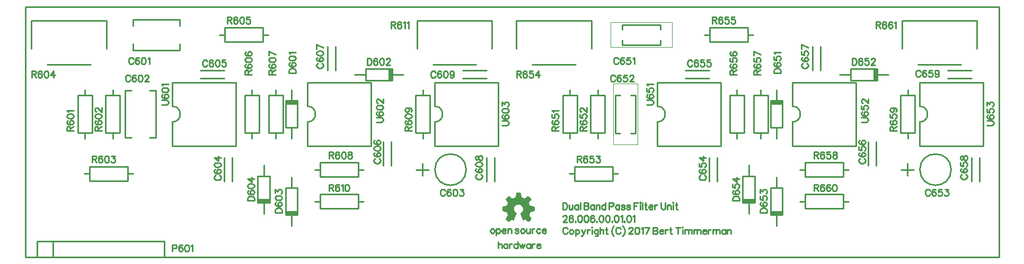
<source format=gbr>
G04 start of page 8 for group -4079 idx -4079 *
G04 Title: 26.006.00.01.01, topsilk *
G04 Creator: pcb 20100929 *
G04 CreationDate: Thu Jul 13 21:21:48 2017 UTC *
G04 For: bert *
G04 Format: Gerber/RS-274X *
G04 PCB-Dimensions: 620000 162000 *
G04 PCB-Coordinate-Origin: lower left *
%MOIN*%
%FSLAX25Y25*%
%LNFRONTSILK*%
%ADD11C,0.0200*%
%ADD25C,0.0100*%
%ADD26C,0.0000*%
G54D11*G36*
X311477Y42414D02*X314054D01*
X314137Y42382D01*
X314184Y42306D01*
X314233Y42067D01*
X314277Y41845D01*
X314668Y39713D01*
X314715Y39625D01*
X314798Y39567D01*
X314901Y39523D01*
X315691Y39252D01*
X316441Y38894D01*
X316447D01*
X316534Y38856D01*
X316631Y38842D01*
X316729Y38873D01*
X318502Y40092D01*
X318693Y40217D01*
X318894Y40353D01*
X318980Y40378D01*
X319062Y40342D01*
X319393Y40012D01*
X319897Y39512D01*
X320055Y39349D01*
X320554Y38851D01*
X320716Y38694D01*
X320884Y38520D01*
X320923Y38435D01*
X320901Y38346D01*
X320765Y38145D01*
X320636Y37955D01*
X319447Y36219D01*
X319415Y36127D01*
X319430Y36030D01*
X319475Y35931D01*
X320158Y34325D01*
X320195Y34234D01*
X320258Y34156D01*
X320348Y34109D01*
X322387Y33728D01*
X322611Y33685D01*
X322854Y33642D01*
X322929Y33595D01*
X322958Y33512D01*
Y30935D01*
X322929Y30846D01*
X322854Y30799D01*
X322611Y30756D01*
X322387Y30713D01*
X320408Y30344D01*
X320320Y30296D01*
X320266Y30213D01*
X320238Y30153D01*
Y30142D01*
X319523Y28369D01*
X319518Y28357D01*
X319501Y28314D01*
X319484Y28213D01*
X319512Y28119D01*
X320641Y26487D01*
X320765Y26296D01*
X320906Y26095D01*
X320925Y26009D01*
X320884Y25927D01*
X320716Y25748D01*
X320554Y25591D01*
X319236Y24273D01*
X319062Y24105D01*
X318980Y24064D01*
X318894Y24082D01*
X318693Y24224D01*
X318502Y24348D01*
X316908Y25445D01*
X316809Y25474D01*
X316712Y25455D01*
X316381Y25271D01*
X316187Y25162D01*
X315840Y24984D01*
X315755Y24978D01*
X315693Y25038D01*
X315547Y25395D01*
X315459Y25602D01*
X314076Y28960D01*
X313988Y29166D01*
X313891Y29399D01*
X313887Y29494D01*
X313940Y29567D01*
X314163Y29698D01*
X314304Y29806D01*
X314840Y30252D01*
X315255Y30816D01*
X315522Y31475D01*
X315616Y32205D01*
X315558Y32780D01*
X315393Y33314D01*
X315130Y33799D01*
X314781Y34221D01*
X314361Y34570D01*
X313877Y34834D01*
X313343Y34999D01*
X312769Y35057D01*
X312194Y34999D01*
X311659Y34834D01*
X311176Y34570D01*
X310754Y34221D01*
X310406Y33799D01*
X310144Y33314D01*
X309979Y32780D01*
X309920Y32205D01*
X310013Y31475D01*
X310280Y30816D01*
X310694Y30252D01*
X311233Y29806D01*
X311369Y29698D01*
X311591Y29567D01*
X311645Y29494D01*
X311640Y29399D01*
X311543Y29166D01*
X311455Y28960D01*
X310072Y25602D01*
X309986Y25395D01*
X309838Y25038D01*
X309777Y24978D01*
X309693Y24984D01*
X309351Y25162D01*
X309150Y25271D01*
X308819Y25455D01*
X308720Y25474D01*
X308623Y25445D01*
X307029Y24348D01*
X306844Y24224D01*
X306638Y24082D01*
X306551Y24064D01*
X306469Y24105D01*
X306295Y24273D01*
X306138Y24435D01*
X305640Y24934D01*
X305477Y25092D01*
X304977Y25591D01*
X304815Y25748D01*
X304647Y25927D01*
X304608Y26009D01*
X304630Y26095D01*
X304766Y26296D01*
X304897Y26487D01*
X306019Y28119D01*
X306047Y28213D01*
X306030Y28314D01*
X306008Y28374D01*
X305298Y30148D01*
X305265Y30213D01*
X305211Y30296D01*
X305125Y30344D01*
X303144Y30713D01*
X302922Y30756D01*
X302683Y30799D01*
X302604Y30849D01*
X302575Y30935D01*
Y33512D01*
X302604Y33595D01*
X302683Y33642D01*
X302922Y33691D01*
X303144Y33728D01*
X305184Y34109D01*
X305273Y34156D01*
X305336Y34239D01*
X305373Y34325D01*
X306062Y35931D01*
X306101Y36030D01*
X306118Y36127D01*
X306090Y36219D01*
X304897Y37960D01*
X304766Y38145D01*
X304630Y38346D01*
X304608Y38435D01*
X304647Y38520D01*
X304815Y38694D01*
X304977Y38851D01*
X306469Y40342D01*
X306551Y40378D01*
X306638Y40359D01*
X306844Y40223D01*
X307029Y40092D01*
X308802Y38873D01*
X308900Y38844D01*
X308998Y38862D01*
X309084Y38894D01*
X309095Y38899D01*
X309841Y39253D01*
X310631Y39528D01*
X310734Y39567D01*
X310818Y39625D01*
X310863Y39713D01*
X311261Y41845D01*
X311298Y42067D01*
X311347Y42306D01*
X311394Y42382D01*
X311477Y42414D01*
G37*
G54D25*X2500Y159500D02*Y2000D01*
X615000D01*
X2500Y159500D02*X615000D01*
Y2000D01*
X296000Y19800D02*X295600Y19600D01*
X295200Y19200D01*
X295000Y18600D01*
Y18200D01*
X295200Y17600D01*
X295600Y17200D01*
X296000Y17000D01*
X296600D01*
X297000Y17200D01*
X297400Y17600D01*
X297600Y18200D01*
Y18600D02*Y18200D01*
Y18600D02*X297400Y19200D01*
X297000Y19600D01*
X296600Y19800D01*
X296000D02*X296600D01*
X298801D02*Y15600D01*
Y19200D02*X299201Y19600D01*
X299601Y19800D01*
X300201D01*
X300601Y19600D01*
X301001Y19200D01*
X301201Y18600D01*
Y18200D01*
X301001Y17600D01*
X300601Y17200D01*
X300201Y17000D01*
X299601D02*X300201D01*
X299601D02*X299201Y17200D01*
X298801Y17600D01*
X302402Y18600D02*X304802D01*
Y19000D02*Y18600D01*
Y19000D02*X304602Y19400D01*
X304402Y19600D01*
X304002Y19800D01*
X303402D02*X304002D01*
X303402D02*X303002Y19600D01*
X302602Y19200D01*
X302402Y18600D01*
Y18200D01*
X302602Y17600D01*
X303002Y17200D01*
X303402Y17000D01*
X304002D01*
X304402Y17200D01*
X304802Y17600D01*
X306003Y19800D02*Y17000D01*
Y19000D02*X306603Y19600D01*
X307003Y19800D01*
X307603D01*
X308003Y19600D01*
X308203Y19000D01*
Y17000D01*
X312804Y19200D02*X312604Y19600D01*
X312004Y19800D01*
X311404D02*X312004D01*
X311404D02*X310804Y19600D01*
X310604Y19200D01*
X310804Y18800D01*
X311204Y18600D01*
X312204Y18400D01*
X312604Y18200D01*
X312804Y17800D01*
Y17600D01*
X312604Y17200D01*
X312004Y17000D01*
X311404D02*X312004D01*
X311404D02*X310804Y17200D01*
X310604Y17600D01*
X315005Y19800D02*X314605Y19600D01*
X314205Y19200D01*
X314005Y18600D01*
Y18200D01*
X314205Y17600D01*
X314605Y17200D01*
X315005Y17000D01*
X315605D01*
X316005Y17200D01*
X316405Y17600D01*
X316605Y18200D01*
Y18600D02*Y18200D01*
Y18600D02*X316405Y19200D01*
X316005Y19600D01*
X315605Y19800D01*
X315005D02*X315605D01*
X317806D02*Y17800D01*
X318006Y17200D01*
X318406Y17000D01*
X319006D01*
X319406Y17200D01*
X320006Y17800D01*
Y19800D02*Y17000D01*
X321207Y19800D02*Y17000D01*
Y18600D02*X321407Y19200D01*
X321807Y19600D01*
X322207Y19800D01*
X322807D01*
X326408Y19200D02*X326008Y19600D01*
X325608Y19800D01*
X325008D02*X325608D01*
X325008D02*X324608Y19600D01*
X324208Y19200D01*
X324008Y18600D01*
Y18200D01*
X324208Y17600D01*
X324608Y17200D01*
X325008Y17000D01*
X325608D01*
X326008Y17200D01*
X326408Y17600D01*
X327609Y18600D02*X330009D01*
Y19000D02*Y18600D01*
Y19000D02*X329809Y19400D01*
X329609Y19600D01*
X329209Y19800D01*
X328609D02*X329209D01*
X328609D02*X328209Y19600D01*
X327809Y19200D01*
X327609Y18600D01*
Y18200D01*
X327809Y17600D01*
X328209Y17200D01*
X328609Y17000D01*
X329209D01*
X329609Y17200D01*
X330009Y17600D01*
X300000Y11700D02*Y7500D01*
Y9500D02*X300600Y10100D01*
X301000Y10300D01*
X301600D01*
X302000Y10100D01*
X302200Y9500D01*
Y7500D01*
X305801Y10300D02*Y7500D01*
Y9700D02*X305401Y10100D01*
X305001Y10300D01*
X304401D02*X305001D01*
X304401D02*X304001Y10100D01*
X303601Y9700D01*
X303401Y9100D01*
Y8700D01*
X303601Y8100D01*
X304001Y7700D01*
X304401Y7500D01*
X305001D01*
X305401Y7700D01*
X305801Y8100D01*
X307002Y10300D02*Y7500D01*
Y9100D02*X307202Y9700D01*
X307602Y10100D01*
X308002Y10300D01*
X308602D01*
X312203Y11700D02*Y7500D01*
Y9700D02*X311803Y10100D01*
X311403Y10300D01*
X310803D02*X311403D01*
X310803D02*X310403Y10100D01*
X310003Y9700D01*
X309803Y9100D01*
Y8700D01*
X310003Y8100D01*
X310403Y7700D01*
X310803Y7500D01*
X311403D01*
X311803Y7700D01*
X312203Y8100D01*
X313404Y10300D02*X314204Y7500D01*
X315004Y10300D02*X314204Y7500D01*
X315004Y10300D02*X315804Y7500D01*
X316604Y10300D02*X315804Y7500D01*
X320205Y10300D02*Y7500D01*
Y9700D02*X319805Y10100D01*
X319405Y10300D01*
X318805D02*X319405D01*
X318805D02*X318405Y10100D01*
X318005Y9700D01*
X317805Y9100D01*
Y8700D01*
X318005Y8100D01*
X318405Y7700D01*
X318805Y7500D01*
X319405D01*
X319805Y7700D01*
X320205Y8100D01*
X321406Y10300D02*Y7500D01*
Y9100D02*X321606Y9700D01*
X322006Y10100D01*
X322406Y10300D01*
X323006D01*
X324207Y9100D02*X326607D01*
Y9500D02*Y9100D01*
Y9500D02*X326407Y9900D01*
X326207Y10100D01*
X325807Y10300D01*
X325207D02*X325807D01*
X325207D02*X324807Y10100D01*
X324407Y9700D01*
X324207Y9100D01*
Y8700D01*
X324407Y8100D01*
X324807Y7700D01*
X325207Y7500D01*
X325807D01*
X326207Y7700D01*
X326607Y8100D01*
X340500Y36200D02*Y32000D01*
Y36200D02*X341900D01*
X342500Y36000D01*
X342900Y35600D01*
X343100Y35200D01*
X343300Y34600D01*
Y33600D01*
X343100Y33000D01*
X342900Y32600D01*
X342500Y32200D01*
X341900Y32000D01*
X340500D02*X341900D01*
X344501Y34800D02*Y32800D01*
X344701Y32200D01*
X345101Y32000D01*
X345701D01*
X346101Y32200D01*
X346701Y32800D01*
Y34800D02*Y32000D01*
X350302Y34800D02*Y32000D01*
Y34200D02*X349902Y34600D01*
X349502Y34800D01*
X348902D02*X349502D01*
X348902D02*X348502Y34600D01*
X348102Y34200D01*
X347902Y33600D01*
Y33200D01*
X348102Y32600D01*
X348502Y32200D01*
X348902Y32000D01*
X349502D01*
X349902Y32200D01*
X350302Y32600D01*
X351503Y36200D02*Y32000D01*
X353904Y36200D02*Y32000D01*
Y36200D02*X355704D01*
X356304Y36000D01*
X356504Y35800D01*
X356704Y35400D01*
Y35000D01*
X356504Y34600D01*
X356304Y34400D01*
X355704Y34200D01*
X353904D02*X355704D01*
X356304Y34000D01*
X356504Y33800D01*
X356704Y33400D01*
Y32800D01*
X356504Y32400D01*
X356304Y32200D01*
X355704Y32000D01*
X353904D02*X355704D01*
X360305Y34800D02*Y32000D01*
Y34200D02*X359905Y34600D01*
X359505Y34800D01*
X358905D02*X359505D01*
X358905D02*X358505Y34600D01*
X358105Y34200D01*
X357905Y33600D01*
Y33200D01*
X358105Y32600D01*
X358505Y32200D01*
X358905Y32000D01*
X359505D01*
X359905Y32200D01*
X360305Y32600D01*
X361506Y34800D02*Y32000D01*
Y34000D02*X362106Y34600D01*
X362506Y34800D01*
X363106D01*
X363506Y34600D01*
X363706Y34000D01*
Y32000D01*
X367307Y36200D02*Y32000D01*
Y34200D02*X366907Y34600D01*
X366507Y34800D01*
X365907D02*X366507D01*
X365907D02*X365507Y34600D01*
X365107Y34200D01*
X364907Y33600D01*
Y33200D01*
X365107Y32600D01*
X365507Y32200D01*
X365907Y32000D01*
X366507D01*
X366907Y32200D01*
X367307Y32600D01*
X369708Y36200D02*Y32000D01*
Y36200D02*X371508D01*
X372108Y36000D01*
X372308Y35800D01*
X372508Y35400D01*
Y34800D01*
X372308Y34400D01*
X372108Y34200D01*
X371508Y34000D01*
X369708D02*X371508D01*
X376109Y34800D02*Y32000D01*
Y34200D02*X375709Y34600D01*
X375309Y34800D01*
X374709D02*X375309D01*
X374709D02*X374309Y34600D01*
X373909Y34200D01*
X373709Y33600D01*
Y33200D01*
X373909Y32600D01*
X374309Y32200D01*
X374709Y32000D01*
X375309D01*
X375709Y32200D01*
X376109Y32600D01*
X379510Y34200D02*X379310Y34600D01*
X378710Y34800D01*
X378110D02*X378710D01*
X378110D02*X377510Y34600D01*
X377310Y34200D01*
X377510Y33800D01*
X377910Y33600D01*
X378910Y33400D01*
X379310Y33200D01*
X379510Y32800D01*
Y32600D01*
X379310Y32200D01*
X378710Y32000D01*
X378110D02*X378710D01*
X378110D02*X377510Y32200D01*
X377310Y32600D01*
X382911Y34200D02*X382711Y34600D01*
X382111Y34800D01*
X381511D02*X382111D01*
X381511D02*X380911Y34600D01*
X380711Y34200D01*
X380911Y33800D01*
X381311Y33600D01*
X382311Y33400D01*
X382711Y33200D01*
X382911Y32800D01*
Y32600D01*
X382711Y32200D01*
X382111Y32000D01*
X381511D02*X382111D01*
X381511D02*X380911Y32200D01*
X380711Y32600D01*
X385312Y36200D02*Y32000D01*
Y36200D02*X387912D01*
X385312Y34200D02*X386912D01*
X389113Y36200D02*X389313Y36000D01*
X389513Y36200D01*
X389313Y36400D01*
X389113Y36200D01*
X389313Y34800D02*Y32000D01*
X390714Y36200D02*Y32000D01*
X392515Y36200D02*Y32800D01*
X392715Y32200D01*
X393115Y32000D01*
X393515D01*
X391915Y34800D02*X393315D01*
X394716Y33600D02*X397116D01*
Y34000D02*Y33600D01*
Y34000D02*X396916Y34400D01*
X396716Y34600D01*
X396316Y34800D01*
X395716D02*X396316D01*
X395716D02*X395316Y34600D01*
X394916Y34200D01*
X394716Y33600D01*
Y33200D01*
X394916Y32600D01*
X395316Y32200D01*
X395716Y32000D01*
X396316D01*
X396716Y32200D01*
X397116Y32600D01*
X398317Y34800D02*Y32000D01*
Y33600D02*X398517Y34200D01*
X398917Y34600D01*
X399317Y34800D01*
X399917D01*
X402318Y36200D02*Y33200D01*
X402518Y32600D01*
X402918Y32200D01*
X403518Y32000D01*
X403918D01*
X404518Y32200D01*
X404918Y32600D01*
X405118Y33200D01*
Y36200D02*Y33200D01*
X406319Y34800D02*Y32000D01*
Y34000D02*X406919Y34600D01*
X407319Y34800D01*
X407919D01*
X408319Y34600D01*
X408519Y34000D01*
Y32000D01*
X409720Y36200D02*X409920Y36000D01*
X410120Y36200D01*
X409920Y36400D01*
X409720Y36200D01*
X409920Y34800D02*Y32000D01*
X411921Y36200D02*Y32800D01*
X412121Y32200D01*
X412521Y32000D01*
X412921D01*
X411321Y34800D02*X412721D01*
X343500Y19700D02*X343300Y20100D01*
X342900Y20500D01*
X342500Y20700D01*
X341700D02*X342500D01*
X341700D02*X341300Y20500D01*
X340900Y20100D01*
X340700Y19700D01*
X340500Y19100D01*
Y18100D01*
X340700Y17500D01*
X340900Y17100D01*
X341300Y16700D01*
X341700Y16500D01*
X342500D01*
X342900Y16700D01*
X343300Y17100D01*
X343500Y17500D01*
X345701Y19300D02*X345301Y19100D01*
X344901Y18700D01*
X344701Y18100D01*
Y17700D01*
X344901Y17100D01*
X345301Y16700D01*
X345701Y16500D01*
X346301D01*
X346701Y16700D01*
X347101Y17100D01*
X347301Y17700D01*
Y18100D02*Y17700D01*
Y18100D02*X347101Y18700D01*
X346701Y19100D01*
X346301Y19300D01*
X345701D02*X346301D01*
X348502D02*Y15100D01*
Y18700D02*X348902Y19100D01*
X349302Y19300D01*
X349902D01*
X350302Y19100D01*
X350702Y18700D01*
X350902Y18100D01*
Y17700D01*
X350702Y17100D01*
X350302Y16700D01*
X349902Y16500D01*
X349302D02*X349902D01*
X349302D02*X348902Y16700D01*
X348502Y17100D01*
X352303Y19300D02*X353503Y16500D01*
X354703Y19300D02*X353503Y16500D01*
X353103Y15700D01*
X352703Y15300D01*
X352303Y15100D01*
X352103D02*X352303D01*
X355904Y19300D02*Y16500D01*
Y18100D02*X356104Y18700D01*
X356504Y19100D01*
X356904Y19300D01*
X357504D01*
X358705Y20700D02*X358905Y20500D01*
X359105Y20700D01*
X358905Y20900D01*
X358705Y20700D01*
X358905Y19300D02*Y16500D01*
X362706Y19300D02*Y16100D01*
X362506Y15500D01*
X362306Y15300D01*
X361906Y15100D01*
X361306D02*X361906D01*
X361306D02*X360906Y15300D01*
X362706Y18700D02*X362306Y19100D01*
X361906Y19300D01*
X361306D02*X361906D01*
X361306D02*X360906Y19100D01*
X360506Y18700D01*
X360306Y18100D01*
Y17700D01*
X360506Y17100D01*
X360906Y16700D01*
X361306Y16500D01*
X361906D01*
X362306Y16700D01*
X362706Y17100D01*
X363907Y20700D02*Y16500D01*
Y18500D02*X364507Y19100D01*
X364907Y19300D01*
X365507D01*
X365907Y19100D01*
X366107Y18500D01*
Y16500D01*
X367908Y20700D02*Y17300D01*
X368108Y16700D01*
X368508Y16500D01*
X368908D01*
X367308Y19300D02*X368708D01*
X372709Y21500D02*X372309Y21100D01*
X371909Y20500D01*
X371509Y19700D01*
X371309Y18700D01*
Y17900D01*
X371509Y16900D01*
X371909Y16100D01*
X372309Y15500D01*
X372709Y15100D01*
X376910Y19700D02*X376710Y20100D01*
X376310Y20500D01*
X375910Y20700D01*
X375110D02*X375910D01*
X375110D02*X374710Y20500D01*
X374310Y20100D01*
X374110Y19700D01*
X373910Y19100D01*
Y18100D01*
X374110Y17500D01*
X374310Y17100D01*
X374710Y16700D01*
X375110Y16500D01*
X375910D01*
X376310Y16700D01*
X376710Y17100D01*
X376910Y17500D01*
X378111Y21500D02*X378511Y21100D01*
X378911Y20500D01*
X379311Y19700D01*
X379511Y18700D01*
Y17900D01*
X379311Y16900D01*
X378911Y16100D01*
X378511Y15500D01*
X378111Y15100D01*
X382112Y19900D02*Y19700D01*
Y19900D02*X382312Y20300D01*
X382512Y20500D01*
X382912Y20700D01*
X383712D01*
X384112Y20500D01*
X384312Y20300D01*
X384512Y19900D01*
Y19500D01*
X384312Y19100D01*
X383912Y18500D01*
X381912Y16500D01*
X384712D01*
X387113Y20700D02*X386513Y20500D01*
X386113Y19900D01*
X385913Y18900D01*
Y18300D01*
X386113Y17300D01*
X386513Y16700D01*
X387113Y16500D01*
X387513D01*
X388113Y16700D01*
X388513Y17300D01*
X388713Y18300D01*
Y18900D02*Y18300D01*
Y18900D02*X388513Y19900D01*
X388113Y20500D01*
X387513Y20700D01*
X387113D02*X387513D01*
X389914Y19900D02*X390314Y20100D01*
X390914Y20700D01*
Y16500D01*
X394915Y20700D02*X392915Y16500D01*
X392115Y20700D02*X394915D01*
X397316D02*Y16500D01*
Y20700D02*X399116D01*
X399716Y20500D01*
X399916Y20300D01*
X400116Y19900D01*
Y19500D01*
X399916Y19100D01*
X399716Y18900D01*
X399116Y18700D01*
X397316D02*X399116D01*
X399716Y18500D01*
X399916Y18300D01*
X400116Y17900D01*
Y17300D01*
X399916Y16900D01*
X399716Y16700D01*
X399116Y16500D01*
X397316D02*X399116D01*
X401317Y18100D02*X403717D01*
Y18500D02*Y18100D01*
Y18500D02*X403517Y18900D01*
X403317Y19100D01*
X402917Y19300D01*
X402317D02*X402917D01*
X402317D02*X401917Y19100D01*
X401517Y18700D01*
X401317Y18100D01*
Y17700D01*
X401517Y17100D01*
X401917Y16700D01*
X402317Y16500D01*
X402917D01*
X403317Y16700D01*
X403717Y17100D01*
X404918Y19300D02*Y16500D01*
Y18100D02*X405118Y18700D01*
X405518Y19100D01*
X405918Y19300D01*
X406518D01*
X408319Y20700D02*Y17300D01*
X408519Y16700D01*
X408919Y16500D01*
X409319D01*
X407719Y19300D02*X409119D01*
X413120Y20700D02*Y16500D01*
X411720Y20700D02*X414520D01*
X415721D02*X415921Y20500D01*
X416121Y20700D01*
X415921Y20900D01*
X415721Y20700D01*
X415921Y19300D02*Y16500D01*
X417322Y19300D02*Y16500D01*
Y18500D02*X417922Y19100D01*
X418322Y19300D01*
X418922D01*
X419322Y19100D01*
X419522Y18500D01*
Y16500D01*
Y18500D02*X420122Y19100D01*
X420522Y19300D01*
X421122D01*
X421522Y19100D01*
X421722Y18500D01*
Y16500D01*
X422923Y19300D02*Y16500D01*
Y18500D02*X423523Y19100D01*
X423923Y19300D01*
X424523D01*
X424923Y19100D01*
X425123Y18500D01*
Y16500D01*
Y18500D02*X425723Y19100D01*
X426123Y19300D01*
X426723D01*
X427123Y19100D01*
X427323Y18500D01*
Y16500D01*
X428524Y18100D02*X430924D01*
Y18500D02*Y18100D01*
Y18500D02*X430724Y18900D01*
X430524Y19100D01*
X430124Y19300D01*
X429524D02*X430124D01*
X429524D02*X429124Y19100D01*
X428724Y18700D01*
X428524Y18100D01*
Y17700D01*
X428724Y17100D01*
X429124Y16700D01*
X429524Y16500D01*
X430124D01*
X430524Y16700D01*
X430924Y17100D01*
X432125Y19300D02*Y16500D01*
Y18100D02*X432325Y18700D01*
X432725Y19100D01*
X433125Y19300D01*
X433725D01*
X434926D02*Y16500D01*
Y18500D02*X435526Y19100D01*
X435926Y19300D01*
X436526D01*
X436926Y19100D01*
X437126Y18500D01*
Y16500D01*
Y18500D02*X437726Y19100D01*
X438126Y19300D01*
X438726D01*
X439126Y19100D01*
X439326Y18500D01*
Y16500D01*
X442927Y19300D02*Y16500D01*
Y18700D02*X442527Y19100D01*
X442127Y19300D01*
X441527D02*X442127D01*
X441527D02*X441127Y19100D01*
X440727Y18700D01*
X440527Y18100D01*
Y17700D01*
X440727Y17100D01*
X441127Y16700D01*
X441527Y16500D01*
X442127D01*
X442527Y16700D01*
X442927Y17100D01*
X444128Y19300D02*Y16500D01*
Y18500D02*X444728Y19100D01*
X445128Y19300D01*
X445728D01*
X446128Y19100D01*
X446328Y18500D01*
Y16500D01*
X340700Y27400D02*Y27200D01*
Y27400D02*X340900Y27800D01*
X341100Y28000D01*
X341500Y28200D01*
X342300D01*
X342700Y28000D01*
X342900Y27800D01*
X343100Y27400D01*
Y27000D01*
X342900Y26600D01*
X342500Y26000D01*
X340500Y24000D01*
X343300D01*
X346901Y27600D02*X346701Y28000D01*
X346101Y28200D01*
X345701D02*X346101D01*
X345701D02*X345101Y28000D01*
X344701Y27400D01*
X344501Y26400D01*
Y25400D01*
X344701Y24600D01*
X345101Y24200D01*
X345701Y24000D01*
X345901D01*
X346501Y24200D01*
X346901Y24600D01*
X347101Y25200D01*
Y25400D02*Y25200D01*
Y25400D02*X346901Y26000D01*
X346501Y26400D01*
X345901Y26600D01*
X345701D02*X345901D01*
X345701D02*X345101Y26400D01*
X344701Y26000D01*
X344501Y25400D01*
X348502Y24400D02*X348302Y24200D01*
X348502Y24000D01*
X348702Y24200D01*
X348502Y24400D01*
X351103Y28200D02*X350503Y28000D01*
X350103Y27400D01*
X349903Y26400D01*
Y25800D01*
X350103Y24800D01*
X350503Y24200D01*
X351103Y24000D01*
X351503D01*
X352103Y24200D01*
X352503Y24800D01*
X352703Y25800D01*
Y26400D02*Y25800D01*
Y26400D02*X352503Y27400D01*
X352103Y28000D01*
X351503Y28200D01*
X351103D02*X351503D01*
X355104D02*X354504Y28000D01*
X354104Y27400D01*
X353904Y26400D01*
Y25800D01*
X354104Y24800D01*
X354504Y24200D01*
X355104Y24000D01*
X355504D01*
X356104Y24200D01*
X356504Y24800D01*
X356704Y25800D01*
Y26400D02*Y25800D01*
Y26400D02*X356504Y27400D01*
X356104Y28000D01*
X355504Y28200D01*
X355104D02*X355504D01*
X360305Y27600D02*X360105Y28000D01*
X359505Y28200D01*
X359105D02*X359505D01*
X359105D02*X358505Y28000D01*
X358105Y27400D01*
X357905Y26400D01*
Y25400D01*
X358105Y24600D01*
X358505Y24200D01*
X359105Y24000D01*
X359305D01*
X359905Y24200D01*
X360305Y24600D01*
X360505Y25200D01*
Y25400D02*Y25200D01*
Y25400D02*X360305Y26000D01*
X359905Y26400D01*
X359305Y26600D01*
X359105D02*X359305D01*
X359105D02*X358505Y26400D01*
X358105Y26000D01*
X357905Y25400D01*
X361906Y24400D02*X361706Y24200D01*
X361906Y24000D01*
X362106Y24200D01*
X361906Y24400D01*
X364507Y28200D02*X363907Y28000D01*
X363507Y27400D01*
X363307Y26400D01*
Y25800D01*
X363507Y24800D01*
X363907Y24200D01*
X364507Y24000D01*
X364907D01*
X365507Y24200D01*
X365907Y24800D01*
X366107Y25800D01*
Y26400D02*Y25800D01*
Y26400D02*X365907Y27400D01*
X365507Y28000D01*
X364907Y28200D01*
X364507D02*X364907D01*
X368508D02*X367908Y28000D01*
X367508Y27400D01*
X367308Y26400D01*
Y25800D01*
X367508Y24800D01*
X367908Y24200D01*
X368508Y24000D01*
X368908D01*
X369508Y24200D01*
X369908Y24800D01*
X370108Y25800D01*
Y26400D02*Y25800D01*
Y26400D02*X369908Y27400D01*
X369508Y28000D01*
X368908Y28200D01*
X368508D02*X368908D01*
X371509Y24400D02*X371309Y24200D01*
X371509Y24000D01*
X371709Y24200D01*
X371509Y24400D01*
X374110Y28200D02*X373510Y28000D01*
X373110Y27400D01*
X372910Y26400D01*
Y25800D01*
X373110Y24800D01*
X373510Y24200D01*
X374110Y24000D01*
X374510D01*
X375110Y24200D01*
X375510Y24800D01*
X375710Y25800D01*
Y26400D02*Y25800D01*
Y26400D02*X375510Y27400D01*
X375110Y28000D01*
X374510Y28200D01*
X374110D02*X374510D01*
X376911Y27400D02*X377311Y27600D01*
X377911Y28200D01*
Y24000D01*
X379312Y24400D02*X379112Y24200D01*
X379312Y24000D01*
X379512Y24200D01*
X379312Y24400D01*
X381913Y28200D02*X381313Y28000D01*
X380913Y27400D01*
X380713Y26400D01*
Y25800D01*
X380913Y24800D01*
X381313Y24200D01*
X381913Y24000D01*
X382313D01*
X382913Y24200D01*
X383313Y24800D01*
X383513Y25800D01*
Y26400D02*Y25800D01*
Y26400D02*X383313Y27400D01*
X382913Y28000D01*
X382313Y28200D01*
X381913D02*X382313D01*
X384714Y27400D02*X385114Y27600D01*
X385714Y28200D01*
Y24000D01*
X43100Y50000D02*X66900D01*
X43100Y59000D02*X66900D01*
Y50000D01*
X43100Y59000D02*Y50000D01*
X66900Y54500D02*X70300D01*
X39700D02*X43100D01*
X90000Y12000D02*Y2000D01*
X10000Y12000D02*X90000D01*
X10000Y2000D02*X90000D01*
X20000Y12000D02*Y2000D01*
X10000Y12000D02*Y2000D01*
X2500D02*X12500D01*
X2500D02*Y12000D01*
X149500Y103900D02*Y80100D01*
X140500Y103900D02*Y80100D01*
Y103900D02*X149500D01*
X140500Y80100D02*X149500D01*
X145000Y107300D02*Y103900D01*
Y80100D02*Y76700D01*
X155500Y103900D02*Y80100D01*
X164500Y103900D02*Y80100D01*
X155500D02*X164500D01*
X155500Y103900D02*X164500D01*
X160000Y80100D02*Y76700D01*
Y107300D02*Y103900D01*
X166300Y98400D02*X173700D01*
X166300Y98900D02*X173700D01*
X166300Y99400D02*X173700D01*
X166300Y99900D02*X173700D01*
X166300Y100400D02*Y83600D01*
X173700Y100400D02*Y83600D01*
X166300D02*X173700D01*
X166300Y100400D02*X173700D01*
X170000Y83600D02*Y76700D01*
Y107300D02*Y100400D01*
X95000Y112000D02*Y97000D01*
Y87000D02*Y72000D01*
Y112000D02*X135000D01*
Y72000D01*
X95000D02*X135000D01*
X95000Y87000D02*G75*G03X95000Y97000I0J5000D01*G01*
X132500Y64500D02*Y49500D01*
X127500Y64500D02*Y49500D01*
X231400Y120700D02*Y113300D01*
X231900Y120700D02*Y113300D01*
X232400Y120700D02*Y113300D01*
X232900Y120700D02*Y113300D01*
X216600Y120700D02*X233400D01*
X216600Y113300D02*X233400D01*
X216600Y120700D02*Y113300D01*
X233400Y120700D02*Y113300D01*
X209700Y117000D02*X216600D01*
X233400D02*X240300D01*
X128100Y146500D02*X151900D01*
X128100Y137500D02*X151900D01*
X128100Y146500D02*Y137500D01*
X151900Y146500D02*Y137500D01*
X124700Y142000D02*X128100D01*
X151900D02*X155300D01*
X192500Y134500D02*Y119500D01*
X197500Y134500D02*Y119500D01*
X112500D02*X127500D01*
X112500Y114500D02*X127500D01*
X80646Y106764D02*X84646D01*
X65354D02*X69354D01*
X80646Y77236D02*X84646D01*
X65354D02*X69354D01*
X84646Y106764D02*Y77236D01*
X65354Y106764D02*Y77236D01*
X99764Y136354D02*Y132354D01*
Y151646D02*Y147646D01*
X70236Y136354D02*Y132354D01*
Y151646D02*Y147646D01*
Y132354D02*X99764D01*
X70236Y151646D02*X99764D01*
X53000Y103900D02*Y80100D01*
X62000Y103900D02*Y80100D01*
X53000D02*X62000D01*
X53000Y103900D02*X62000D01*
X57500Y80100D02*Y76700D01*
Y107300D02*Y103900D01*
X44500D02*Y80100D01*
X35500Y103900D02*Y80100D01*
Y103900D02*X44500D01*
X35500Y80100D02*X44500D01*
X40000Y107300D02*Y103900D01*
Y80100D02*Y76700D01*
X6378Y150780D02*X53622D01*
Y133221D01*
X43622Y123221D02*X16378D01*
X6378Y133221D02*Y150780D01*
X188100Y52500D02*X211900D01*
X188100Y61500D02*X211900D01*
Y52500D01*
X188100Y61500D02*Y52500D01*
X211900Y57000D02*X215300D01*
X188100D02*X184700D01*
X166300Y30600D02*X173700D01*
X166300Y30100D02*X173700D01*
X166300Y29600D02*X173700D01*
X166300Y29100D02*X173700D01*
Y45400D02*Y28600D01*
X166300Y45400D02*Y28600D01*
Y45400D02*X173700D01*
X166300Y28600D02*X173700D01*
X170000Y52300D02*Y45400D01*
Y28600D02*Y21700D01*
X188100Y32500D02*X211900D01*
X188100Y41500D02*X211900D01*
Y32500D01*
X188100Y41500D02*Y32500D01*
X211900Y37000D02*X215300D01*
X188100D02*X184700D01*
X180000Y112000D02*Y97000D01*
Y87000D02*Y72000D01*
Y112000D02*X220000D01*
Y72000D01*
X180000D02*X220000D01*
X180000Y87000D02*G75*G03X180000Y97000I0J5000D01*G01*
X148800Y38100D02*X156200D01*
X148800Y37600D02*X156200D01*
X148800Y37100D02*X156200D01*
X148800Y36600D02*X156200D01*
Y52900D02*Y36100D01*
X148800Y52900D02*Y36100D01*
Y52900D02*X156200D01*
X148800Y36100D02*X156200D01*
X152500Y59800D02*Y52900D01*
Y36100D02*Y29200D01*
X232500Y74500D02*Y59500D01*
X227500Y74500D02*Y59500D01*
X248878Y150780D02*X296122D01*
Y133221D01*
X286122Y123221D02*X258878D01*
X248878Y133221D02*Y150780D01*
X248000Y103900D02*Y80100D01*
X257000Y103900D02*Y80100D01*
X248000D02*X257000D01*
X248000Y103900D02*X257000D01*
X252500Y80100D02*Y76700D01*
Y107300D02*Y103900D01*
X252284Y60937D02*Y53063D01*
X248347Y57000D02*X256221D01*
X260158D02*G75*G03X260158Y57000I9843J0D01*G01*
X297500Y64500D02*Y49500D01*
X292500Y64500D02*Y49500D01*
X260000Y112000D02*Y97000D01*
Y87000D02*Y72000D01*
Y112000D02*X300000D01*
Y72000D01*
X260000D02*X300000D01*
X260000Y87000D02*G75*G03X260000Y97000I0J5000D01*G01*
X311378Y150780D02*X358622D01*
Y133221D01*
X348622Y123221D02*X321378D01*
X311378Y133221D02*Y150780D01*
X358000Y103900D02*Y80100D01*
X367000Y103900D02*Y80100D01*
X358000D02*X367000D01*
X358000Y103900D02*X367000D01*
X362500Y80100D02*Y76700D01*
Y107300D02*Y103900D01*
X373700Y79992D02*X376700D01*
X383300D02*X386300D01*
X373700Y104008D02*Y79992D01*
Y104008D02*X376700D01*
X383300D02*X386300D01*
Y79992D01*
G54D26*X372200Y72784D02*X387800D01*
X372200Y111216D02*X387800D01*
Y72784D01*
X372200Y111216D02*Y72784D01*
G54D25*X349500Y103900D02*Y80100D01*
X340500Y103900D02*Y80100D01*
Y103900D02*X349500D01*
X340500Y80100D02*X349500D01*
X345000Y107300D02*Y103900D01*
Y80100D02*Y76700D01*
X277500Y119500D02*X292500D01*
X277500Y114500D02*X292500D01*
X417500Y119500D02*X432500D01*
X417500Y114500D02*X432500D01*
X454500Y103900D02*Y80100D01*
X445500Y103900D02*Y80100D01*
Y103900D02*X454500D01*
X445500Y80100D02*X454500D01*
X450000Y107300D02*Y103900D01*
Y80100D02*Y76700D01*
X460500Y103900D02*Y80100D01*
X469500Y103900D02*Y80100D01*
X460500D02*X469500D01*
X460500Y103900D02*X469500D01*
X465000Y80100D02*Y76700D01*
Y107300D02*Y103900D01*
X471300Y98400D02*X478700D01*
X471300Y98900D02*X478700D01*
X471300Y99400D02*X478700D01*
X471300Y99900D02*X478700D01*
X471300Y100400D02*Y83600D01*
X478700Y100400D02*Y83600D01*
X471300D02*X478700D01*
X471300Y100400D02*X478700D01*
X475000Y83600D02*Y76700D01*
Y107300D02*Y100400D01*
X433100Y146500D02*X456900D01*
X433100Y137500D02*X456900D01*
X433100Y146500D02*Y137500D01*
X456900Y146500D02*Y137500D01*
X429700Y142000D02*X433100D01*
X456900D02*X460300D01*
X400000Y112000D02*Y97000D01*
Y87000D02*Y72000D01*
Y112000D02*X440000D01*
Y72000D01*
X400000D02*X440000D01*
X400000Y87000D02*G75*G03X400000Y97000I0J5000D01*G01*
X437500Y64500D02*Y49500D01*
X432500Y64500D02*Y49500D01*
X453800Y38100D02*X461200D01*
X453800Y37600D02*X461200D01*
X453800Y37100D02*X461200D01*
X453800Y36600D02*X461200D01*
Y52900D02*Y36100D01*
X453800Y52900D02*Y36100D01*
Y52900D02*X461200D01*
X453800Y36100D02*X461200D01*
X457500Y59800D02*Y52900D01*
Y36100D02*Y29200D01*
X348100Y50000D02*X371900D01*
X348100Y59000D02*X371900D01*
Y50000D01*
X348100Y59000D02*Y50000D01*
X371900Y54500D02*X375300D01*
X344700D02*X348100D01*
X493100Y52500D02*X516900D01*
X493100Y61500D02*X516900D01*
Y52500D01*
X493100Y61500D02*Y52500D01*
X516900Y57000D02*X520300D01*
X493100D02*X489700D01*
X471300Y30600D02*X478700D01*
X471300Y30100D02*X478700D01*
X471300Y29600D02*X478700D01*
X471300Y29100D02*X478700D01*
Y45400D02*Y28600D01*
X471300Y45400D02*Y28600D01*
Y45400D02*X478700D01*
X471300Y28600D02*X478700D01*
X475000Y52300D02*Y45400D01*
Y28600D02*Y21700D01*
X493100Y32500D02*X516900D01*
X493100Y41500D02*X516900D01*
Y32500D01*
X493100Y41500D02*Y32500D01*
X516900Y37000D02*X520300D01*
X493100D02*X489700D01*
X377992Y145300D02*Y148300D01*
Y138700D02*Y135700D01*
Y148300D02*X402008D01*
Y145300D02*Y148300D01*
Y138700D02*Y135700D01*
X377992D01*
G54D26*X370784Y149800D02*Y134200D01*
X409216Y149800D02*Y134200D01*
X370784D01*
Y149800D02*X409216D01*
G54D25*X537500Y74500D02*Y59500D01*
X532500Y74500D02*Y59500D01*
X553000Y103900D02*Y80100D01*
X562000Y103900D02*Y80100D01*
X553000D02*X562000D01*
X553000Y103900D02*X562000D01*
X557500Y80100D02*Y76700D01*
Y107300D02*Y103900D01*
X536400Y120700D02*Y113300D01*
X536900Y120700D02*Y113300D01*
X537400Y120700D02*Y113300D01*
X537900Y120700D02*Y113300D01*
X521600Y120700D02*X538400D01*
X521600Y113300D02*X538400D01*
X521600Y120700D02*Y113300D01*
X538400Y120700D02*Y113300D01*
X514700Y117000D02*X521600D01*
X538400D02*X545300D01*
X497500Y134500D02*Y119500D01*
X502500Y134500D02*Y119500D01*
X485000Y112000D02*Y97000D01*
Y87000D02*Y72000D01*
Y112000D02*X525000D01*
Y72000D01*
X485000D02*X525000D01*
X485000Y87000D02*G75*G03X485000Y97000I0J5000D01*G01*
X565000Y112000D02*Y97000D01*
Y87000D02*Y72000D01*
Y112000D02*X605000D01*
Y72000D01*
X565000D02*X605000D01*
X565000Y87000D02*G75*G03X565000Y97000I0J5000D01*G01*
X553878Y150780D02*X601122D01*
Y133221D01*
X591122Y123221D02*X563878D01*
X553878Y133221D02*Y150780D01*
X582500Y119500D02*X597500D01*
X582500Y114500D02*X597500D01*
X557284Y60937D02*Y53063D01*
X553347Y57000D02*X561221D01*
X565158D02*G75*G03X565158Y57000I9843J0D01*G01*
X602500Y64500D02*Y49500D01*
X597500Y64500D02*Y49500D01*
X615000Y159500D02*X605000D01*
X615000D02*Y149500D01*
X422000Y125200D02*X421800Y125600D01*
X421400Y126000D01*
X421000Y126200D01*
X420200D02*X421000D01*
X420200D02*X419800Y126000D01*
X419400Y125600D01*
X419200Y125200D01*
X419000Y124600D01*
Y123600D01*
X419200Y123000D01*
X419400Y122600D01*
X419800Y122200D01*
X420200Y122000D01*
X421000D01*
X421400Y122200D01*
X421800Y122600D01*
X422000Y123000D01*
X425601Y125600D02*X425401Y126000D01*
X424801Y126200D01*
X424401D02*X424801D01*
X424401D02*X423801Y126000D01*
X423401Y125400D01*
X423201Y124400D01*
Y123400D01*
X423401Y122600D01*
X423801Y122200D01*
X424401Y122000D01*
X424601D01*
X425201Y122200D01*
X425601Y122600D01*
X425801Y123200D01*
Y123400D02*Y123200D01*
Y123400D02*X425601Y124000D01*
X425201Y124400D01*
X424601Y124600D01*
X424401D02*X424601D01*
X424401D02*X423801Y124400D01*
X423401Y124000D01*
X423201Y123400D01*
X427402Y126200D02*X429402D01*
X427402D02*X427202Y124400D01*
X427402Y124600D01*
X428002Y124800D01*
X428602D01*
X429202Y124600D01*
X429602Y124200D01*
X429802Y123600D01*
Y123200D01*
X429602Y122600D01*
X429202Y122200D01*
X428602Y122000D01*
X428002D02*X428602D01*
X428002D02*X427402Y122200D01*
X427202Y122400D01*
X427002Y122800D01*
X431403Y126200D02*X433403D01*
X431403D02*X431203Y124400D01*
X431403Y124600D01*
X432003Y124800D01*
X432603D01*
X433203Y124600D01*
X433603Y124200D01*
X433803Y123600D01*
Y123200D01*
X433603Y122600D01*
X433203Y122200D01*
X432603Y122000D01*
X432003D02*X432603D01*
X432003D02*X431403Y122200D01*
X431203Y122400D01*
X431003Y122800D01*
X445800Y117000D02*X450000D01*
X445800Y118800D02*Y117000D01*
Y118800D02*X446000Y119400D01*
X446200Y119600D01*
X446600Y119800D01*
X447000D01*
X447400Y119600D01*
X447600Y119400D01*
X447800Y118800D01*
Y117000D01*
Y118400D02*X450000Y119800D01*
X446400Y123401D02*X446000Y123201D01*
X445800Y122601D01*
Y122201D01*
X446000Y121601D01*
X446600Y121201D01*
X447600Y121001D01*
X448600D01*
X449400Y121201D01*
X449800Y121601D01*
X450000Y122201D01*
Y122401D02*Y122201D01*
Y122401D02*X449800Y123001D01*
X449400Y123401D01*
X448800Y123601D01*
X448600D02*X448800D01*
X448600D02*X448000Y123401D01*
X447600Y123001D01*
X447400Y122401D01*
Y122201D01*
X447600Y121601D01*
X448000Y121201D01*
X448600Y121001D01*
X445800Y127202D02*Y125202D01*
X447600Y125002D01*
X447400Y125202D01*
X447200Y125802D01*
Y126402D02*Y125802D01*
Y126402D02*X447400Y127002D01*
X447800Y127402D01*
X448400Y127602D01*
X448800D01*
X449400Y127402D01*
X449800Y127002D01*
X450000Y126402D01*
Y125802D01*
X449800Y125202D01*
X449600Y125002D01*
X449200Y124802D01*
X446400Y131203D02*X446000Y131003D01*
X445800Y130403D01*
Y130003D01*
X446000Y129403D01*
X446600Y129003D01*
X447600Y128803D01*
X448600D01*
X449400Y129003D01*
X449800Y129403D01*
X450000Y130003D01*
Y130203D02*Y130003D01*
Y130203D02*X449800Y130803D01*
X449400Y131203D01*
X448800Y131403D01*
X448600D02*X448800D01*
X448600D02*X448000Y131203D01*
X447600Y130803D01*
X447400Y130203D01*
Y130003D01*
X447600Y129403D01*
X448000Y129003D01*
X448600Y128803D01*
X460800Y117000D02*X465000D01*
X460800Y118800D02*Y117000D01*
Y118800D02*X461000Y119400D01*
X461200Y119600D01*
X461600Y119800D01*
X462000D01*
X462400Y119600D01*
X462600Y119400D01*
X462800Y118800D01*
Y117000D01*
Y118400D02*X465000Y119800D01*
X461400Y123401D02*X461000Y123201D01*
X460800Y122601D01*
Y122201D01*
X461000Y121601D01*
X461600Y121201D01*
X462600Y121001D01*
X463600D01*
X464400Y121201D01*
X464800Y121601D01*
X465000Y122201D01*
Y122401D02*Y122201D01*
Y122401D02*X464800Y123001D01*
X464400Y123401D01*
X463800Y123601D01*
X463600D02*X463800D01*
X463600D02*X463000Y123401D01*
X462600Y123001D01*
X462400Y122401D01*
Y122201D01*
X462600Y121601D01*
X463000Y121201D01*
X463600Y121001D01*
X460800Y127202D02*Y125202D01*
X462600Y125002D01*
X462400Y125202D01*
X462200Y125802D01*
Y126402D02*Y125802D01*
Y126402D02*X462400Y127002D01*
X462800Y127402D01*
X463400Y127602D01*
X463800D01*
X464400Y127402D01*
X464800Y127002D01*
X465000Y126402D01*
Y125802D01*
X464800Y125202D01*
X464600Y125002D01*
X464200Y124802D01*
X460800Y131603D02*X465000Y129603D01*
X460800Y131603D02*Y128803D01*
X473300Y118000D02*X477500D01*
X473300Y119400D02*Y118000D01*
Y119400D02*X473500Y120000D01*
X473900Y120400D01*
X474300Y120600D01*
X474900Y120800D01*
X475900D01*
X476500Y120600D01*
X476900Y120400D01*
X477300Y120000D01*
X477500Y119400D01*
Y118000D01*
X473900Y124401D02*X473500Y124201D01*
X473300Y123601D01*
Y123201D01*
X473500Y122601D01*
X474100Y122201D01*
X475100Y122001D01*
X476100D01*
X476900Y122201D01*
X477300Y122601D01*
X477500Y123201D01*
Y123401D02*Y123201D01*
Y123401D02*X477300Y124001D01*
X476900Y124401D01*
X476300Y124601D01*
X476100D02*X476300D01*
X476100D02*X475500Y124401D01*
X475100Y124001D01*
X474900Y123401D01*
Y123201D01*
X475100Y122601D01*
X475500Y122201D01*
X476100Y122001D01*
X473300Y128202D02*Y126202D01*
X475100Y126002D01*
X474900Y126202D01*
X474700Y126802D01*
Y127402D02*Y126802D01*
Y127402D02*X474900Y128002D01*
X475300Y128402D01*
X475900Y128602D01*
X476300D01*
X476900Y128402D01*
X477300Y128002D01*
X477500Y127402D01*
Y126802D01*
X477300Y126202D01*
X477100Y126002D01*
X476700Y125802D01*
X474100Y129803D02*X473900Y130203D01*
X473300Y130803D01*
X477500D01*
X434500Y153200D02*Y149000D01*
Y153200D02*X436300D01*
X436900Y153000D01*
X437100Y152800D01*
X437300Y152400D01*
Y152000D01*
X437100Y151600D01*
X436900Y151400D01*
X436300Y151200D01*
X434500D02*X436300D01*
X435900D02*X437300Y149000D01*
X440901Y152600D02*X440701Y153000D01*
X440101Y153200D01*
X439701D02*X440101D01*
X439701D02*X439101Y153000D01*
X438701Y152400D01*
X438501Y151400D01*
Y150400D01*
X438701Y149600D01*
X439101Y149200D01*
X439701Y149000D01*
X439901D01*
X440501Y149200D01*
X440901Y149600D01*
X441101Y150200D01*
Y150400D02*Y150200D01*
Y150400D02*X440901Y151000D01*
X440501Y151400D01*
X439901Y151600D01*
X439701D02*X439901D01*
X439701D02*X439101Y151400D01*
X438701Y151000D01*
X438501Y150400D01*
X442702Y153200D02*X444702D01*
X442702D02*X442502Y151400D01*
X442702Y151600D01*
X443302Y151800D01*
X443902D01*
X444502Y151600D01*
X444902Y151200D01*
X445102Y150600D01*
Y150200D01*
X444902Y149600D01*
X444502Y149200D01*
X443902Y149000D01*
X443302D02*X443902D01*
X443302D02*X442702Y149200D01*
X442502Y149400D01*
X442302Y149800D01*
X446703Y153200D02*X448703D01*
X446703D02*X446503Y151400D01*
X446703Y151600D01*
X447303Y151800D01*
X447903D01*
X448503Y151600D01*
X448903Y151200D01*
X449103Y150600D01*
Y150200D01*
X448903Y149600D01*
X448503Y149200D01*
X447903Y149000D01*
X447303D02*X447903D01*
X447303D02*X446703Y149200D01*
X446503Y149400D01*
X446303Y149800D01*
X491800Y124000D02*X491400Y123800D01*
X491000Y123400D01*
X490800Y123000D01*
Y122200D01*
X491000Y121800D01*
X491400Y121400D01*
X491800Y121200D01*
X492400Y121000D01*
X493400D01*
X494000Y121200D01*
X494400Y121400D01*
X494800Y121800D01*
X495000Y122200D01*
Y123000D02*Y122200D01*
Y123000D02*X494800Y123400D01*
X494400Y123800D01*
X494000Y124000D01*
X491400Y127601D02*X491000Y127401D01*
X490800Y126801D01*
Y126401D01*
X491000Y125801D01*
X491600Y125401D01*
X492600Y125201D01*
X493600D01*
X494400Y125401D01*
X494800Y125801D01*
X495000Y126401D01*
Y126601D02*Y126401D01*
Y126601D02*X494800Y127201D01*
X494400Y127601D01*
X493800Y127801D01*
X493600D02*X493800D01*
X493600D02*X493000Y127601D01*
X492600Y127201D01*
X492400Y126601D01*
Y126401D01*
X492600Y125801D01*
X493000Y125401D01*
X493600Y125201D01*
X490800Y131402D02*Y129402D01*
X492600Y129202D01*
X492400Y129402D01*
X492200Y130002D01*
Y130602D02*Y130002D01*
Y130602D02*X492400Y131202D01*
X492800Y131602D01*
X493400Y131802D01*
X493800D01*
X494400Y131602D01*
X494800Y131202D01*
X495000Y130602D01*
Y130002D01*
X494800Y129402D01*
X494600Y129202D01*
X494200Y129002D01*
X490800Y135803D02*X495000Y133803D01*
X490800Y135803D02*Y133003D01*
X311500Y119200D02*Y115000D01*
Y119200D02*X313300D01*
X313900Y119000D01*
X314100Y118800D01*
X314300Y118400D01*
Y118000D01*
X314100Y117600D01*
X313900Y117400D01*
X313300Y117200D01*
X311500D02*X313300D01*
X312900D02*X314300Y115000D01*
X317901Y118600D02*X317701Y119000D01*
X317101Y119200D01*
X316701D02*X317101D01*
X316701D02*X316101Y119000D01*
X315701Y118400D01*
X315501Y117400D01*
Y116400D01*
X315701Y115600D01*
X316101Y115200D01*
X316701Y115000D01*
X316901D01*
X317501Y115200D01*
X317901Y115600D01*
X318101Y116200D01*
Y116400D02*Y116200D01*
Y116400D02*X317901Y117000D01*
X317501Y117400D01*
X316901Y117600D01*
X316701D02*X316901D01*
X316701D02*X316101Y117400D01*
X315701Y117000D01*
X315501Y116400D01*
X319702Y119200D02*X321702D01*
X319702D02*X319502Y117400D01*
X319702Y117600D01*
X320302Y117800D01*
X320902D01*
X321502Y117600D01*
X321902Y117200D01*
X322102Y116600D01*
Y116200D01*
X321902Y115600D01*
X321502Y115200D01*
X320902Y115000D01*
X320302D02*X320902D01*
X320302D02*X319702Y115200D01*
X319502Y115400D01*
X319302Y115800D01*
X325303Y119200D02*X323303Y116400D01*
X326303D01*
X325303Y119200D02*Y115000D01*
X565500Y118700D02*X565300Y119100D01*
X564900Y119500D01*
X564500Y119700D01*
X563700D02*X564500D01*
X563700D02*X563300Y119500D01*
X562900Y119100D01*
X562700Y118700D01*
X562500Y118100D01*
Y117100D01*
X562700Y116500D01*
X562900Y116100D01*
X563300Y115700D01*
X563700Y115500D01*
X564500D01*
X564900Y115700D01*
X565300Y116100D01*
X565500Y116500D01*
X569101Y119100D02*X568901Y119500D01*
X568301Y119700D01*
X567901D02*X568301D01*
X567901D02*X567301Y119500D01*
X566901Y118900D01*
X566701Y117900D01*
Y116900D01*
X566901Y116100D01*
X567301Y115700D01*
X567901Y115500D01*
X568101D01*
X568701Y115700D01*
X569101Y116100D01*
X569301Y116700D01*
Y116900D02*Y116700D01*
Y116900D02*X569101Y117500D01*
X568701Y117900D01*
X568101Y118100D01*
X567901D02*X568101D01*
X567901D02*X567301Y117900D01*
X566901Y117500D01*
X566701Y116900D01*
X570902Y119700D02*X572902D01*
X570902D02*X570702Y117900D01*
X570902Y118100D01*
X571502Y118300D01*
X572102D01*
X572702Y118100D01*
X573102Y117700D01*
X573302Y117100D01*
Y116700D01*
X573102Y116100D01*
X572702Y115700D01*
X572102Y115500D01*
X571502D02*X572102D01*
X571502D02*X570902Y115700D01*
X570702Y115900D01*
X570502Y116300D01*
X577103Y118300D02*X576903Y117700D01*
X576503Y117300D01*
X575903Y117100D01*
X575703D02*X575903D01*
X575703D02*X575103Y117300D01*
X574703Y117700D01*
X574503Y118300D01*
Y118500D02*Y118300D01*
Y118500D02*X574703Y119100D01*
X575103Y119500D01*
X575703Y119700D01*
X575903D01*
X576503Y119500D01*
X576903Y119100D01*
X577103Y118300D01*
Y117300D01*
X576903Y116300D01*
X576503Y115700D01*
X575903Y115500D01*
X575503D02*X575903D01*
X575503D02*X574903Y115700D01*
X574703Y116100D01*
X373500Y115700D02*X373300Y116100D01*
X372900Y116500D01*
X372500Y116700D01*
X371700D02*X372500D01*
X371700D02*X371300Y116500D01*
X370900Y116100D01*
X370700Y115700D01*
X370500Y115100D01*
Y114100D01*
X370700Y113500D01*
X370900Y113100D01*
X371300Y112700D01*
X371700Y112500D01*
X372500D01*
X372900Y112700D01*
X373300Y113100D01*
X373500Y113500D01*
X377101Y116100D02*X376901Y116500D01*
X376301Y116700D01*
X375901D02*X376301D01*
X375901D02*X375301Y116500D01*
X374901Y115900D01*
X374701Y114900D01*
Y113900D01*
X374901Y113100D01*
X375301Y112700D01*
X375901Y112500D01*
X376101D01*
X376701Y112700D01*
X377101Y113100D01*
X377301Y113700D01*
Y113900D02*Y113700D01*
Y113900D02*X377101Y114500D01*
X376701Y114900D01*
X376101Y115100D01*
X375901D02*X376101D01*
X375901D02*X375301Y114900D01*
X374901Y114500D01*
X374701Y113900D01*
X378902Y116700D02*X380902D01*
X378902D02*X378702Y114900D01*
X378902Y115100D01*
X379502Y115300D01*
X380102D01*
X380702Y115100D01*
X381102Y114700D01*
X381302Y114100D01*
Y113700D01*
X381102Y113100D01*
X380702Y112700D01*
X380102Y112500D01*
X379502D02*X380102D01*
X379502D02*X378902Y112700D01*
X378702Y112900D01*
X378502Y113300D01*
X382703Y115900D02*Y115700D01*
Y115900D02*X382903Y116300D01*
X383103Y116500D01*
X383503Y116700D01*
X384303D01*
X384703Y116500D01*
X384903Y116300D01*
X385103Y115900D01*
Y115500D01*
X384903Y115100D01*
X384503Y114500D01*
X382503Y112500D01*
X385303D01*
X427300Y53500D02*X426900Y53300D01*
X426500Y52900D01*
X426300Y52500D01*
Y51700D01*
X426500Y51300D01*
X426900Y50900D01*
X427300Y50700D01*
X427900Y50500D01*
X428900D01*
X429500Y50700D01*
X429900Y50900D01*
X430300Y51300D01*
X430500Y51700D01*
Y52500D02*Y51700D01*
Y52500D02*X430300Y52900D01*
X429900Y53300D01*
X429500Y53500D01*
X426900Y57101D02*X426500Y56901D01*
X426300Y56301D01*
Y55901D01*
X426500Y55301D01*
X427100Y54901D01*
X428100Y54701D01*
X429100D01*
X429900Y54901D01*
X430300Y55301D01*
X430500Y55901D01*
Y56101D02*Y55901D01*
Y56101D02*X430300Y56701D01*
X429900Y57101D01*
X429300Y57301D01*
X429100D02*X429300D01*
X429100D02*X428500Y57101D01*
X428100Y56701D01*
X427900Y56101D01*
Y55901D01*
X428100Y55301D01*
X428500Y54901D01*
X429100Y54701D01*
X426300Y60902D02*Y58902D01*
X428100Y58702D01*
X427900Y58902D01*
X427700Y59502D01*
Y60102D02*Y59502D01*
Y60102D02*X427900Y60702D01*
X428300Y61102D01*
X428900Y61302D01*
X429300D01*
X429900Y61102D01*
X430300Y60702D01*
X430500Y60102D01*
Y59502D01*
X430300Y58902D01*
X430100Y58702D01*
X429700Y58502D01*
X426300Y64503D02*X429100Y62503D01*
Y65503D02*Y62503D01*
X426300Y64503D02*X430500D01*
X351300Y81500D02*X355500D01*
X351300Y83300D02*Y81500D01*
Y83300D02*X351500Y83900D01*
X351700Y84100D01*
X352100Y84300D01*
X352500D01*
X352900Y84100D01*
X353100Y83900D01*
X353300Y83300D01*
Y81500D01*
Y82900D02*X355500Y84300D01*
X351900Y87901D02*X351500Y87701D01*
X351300Y87101D01*
Y86701D01*
X351500Y86101D01*
X352100Y85701D01*
X353100Y85501D01*
X354100D01*
X354900Y85701D01*
X355300Y86101D01*
X355500Y86701D01*
Y86901D02*Y86701D01*
Y86901D02*X355300Y87501D01*
X354900Y87901D01*
X354300Y88101D01*
X354100D02*X354300D01*
X354100D02*X353500Y87901D01*
X353100Y87501D01*
X352900Y86901D01*
Y86701D01*
X353100Y86101D01*
X353500Y85701D01*
X354100Y85501D01*
X351300Y91702D02*Y89702D01*
X353100Y89502D01*
X352900Y89702D01*
X352700Y90302D01*
Y90902D02*Y90302D01*
Y90902D02*X352900Y91502D01*
X353300Y91902D01*
X353900Y92102D01*
X354300D01*
X354900Y91902D01*
X355300Y91502D01*
X355500Y90902D01*
Y90302D01*
X355300Y89702D01*
X355100Y89502D01*
X354700Y89302D01*
X352100Y93503D02*X352300D01*
X352100D02*X351700Y93703D01*
X351500Y93903D01*
X351300Y94303D01*
Y95103D02*Y94303D01*
Y95103D02*X351500Y95503D01*
X351700Y95703D01*
X352100Y95903D01*
X352500D01*
X352900Y95703D01*
X353500Y95303D01*
X355500Y93303D01*
Y96103D02*Y93303D01*
X333800Y81500D02*X338000D01*
X333800Y83300D02*Y81500D01*
Y83300D02*X334000Y83900D01*
X334200Y84100D01*
X334600Y84300D01*
X335000D01*
X335400Y84100D01*
X335600Y83900D01*
X335800Y83300D01*
Y81500D01*
Y82900D02*X338000Y84300D01*
X334400Y87901D02*X334000Y87701D01*
X333800Y87101D01*
Y86701D01*
X334000Y86101D01*
X334600Y85701D01*
X335600Y85501D01*
X336600D01*
X337400Y85701D01*
X337800Y86101D01*
X338000Y86701D01*
Y86901D02*Y86701D01*
Y86901D02*X337800Y87501D01*
X337400Y87901D01*
X336800Y88101D01*
X336600D02*X336800D01*
X336600D02*X336000Y87901D01*
X335600Y87501D01*
X335400Y86901D01*
Y86701D01*
X335600Y86101D01*
X336000Y85701D01*
X336600Y85501D01*
X333800Y91702D02*Y89702D01*
X335600Y89502D01*
X335400Y89702D01*
X335200Y90302D01*
Y90902D02*Y90302D01*
Y90902D02*X335400Y91502D01*
X335800Y91902D01*
X336400Y92102D01*
X336800D01*
X337400Y91902D01*
X337800Y91502D01*
X338000Y90902D01*
Y90302D01*
X337800Y89702D01*
X337600Y89502D01*
X337200Y89302D01*
X334600Y93303D02*X334400Y93703D01*
X333800Y94303D01*
X338000D01*
X393300Y98000D02*X396300D01*
X396900Y98200D01*
X397300Y98600D01*
X397500Y99200D01*
Y99600D02*Y99200D01*
Y99600D02*X397300Y100200D01*
X396900Y100600D01*
X396300Y100800D01*
X393300D02*X396300D01*
X393900Y104401D02*X393500Y104201D01*
X393300Y103601D01*
Y103201D01*
X393500Y102601D01*
X394100Y102201D01*
X395100Y102001D01*
X396100D01*
X396900Y102201D01*
X397300Y102601D01*
X397500Y103201D01*
Y103401D02*Y103201D01*
Y103401D02*X397300Y104001D01*
X396900Y104401D01*
X396300Y104601D01*
X396100D02*X396300D01*
X396100D02*X395500Y104401D01*
X395100Y104001D01*
X394900Y103401D01*
Y103201D01*
X395100Y102601D01*
X395500Y102201D01*
X396100Y102001D01*
X393300Y108202D02*Y106202D01*
X395100Y106002D01*
X394900Y106202D01*
X394700Y106802D01*
Y107402D02*Y106802D01*
Y107402D02*X394900Y108002D01*
X395300Y108402D01*
X395900Y108602D01*
X396300D01*
X396900Y108402D01*
X397300Y108002D01*
X397500Y107402D01*
Y106802D01*
X397300Y106202D01*
X397100Y106002D01*
X396700Y105802D01*
X394100Y109803D02*X393900Y110203D01*
X393300Y110803D01*
X397500D01*
X349500Y65700D02*Y61500D01*
Y65700D02*X351300D01*
X351900Y65500D01*
X352100Y65300D01*
X352300Y64900D01*
Y64500D01*
X352100Y64100D01*
X351900Y63900D01*
X351300Y63700D01*
X349500D02*X351300D01*
X350900D02*X352300Y61500D01*
X355901Y65100D02*X355701Y65500D01*
X355101Y65700D01*
X354701D02*X355101D01*
X354701D02*X354101Y65500D01*
X353701Y64900D01*
X353501Y63900D01*
Y62900D01*
X353701Y62100D01*
X354101Y61700D01*
X354701Y61500D01*
X354901D01*
X355501Y61700D01*
X355901Y62100D01*
X356101Y62700D01*
Y62900D02*Y62700D01*
Y62900D02*X355901Y63500D01*
X355501Y63900D01*
X354901Y64100D01*
X354701D02*X354901D01*
X354701D02*X354101Y63900D01*
X353701Y63500D01*
X353501Y62900D01*
X357702Y65700D02*X359702D01*
X357702D02*X357502Y63900D01*
X357702Y64100D01*
X358302Y64300D01*
X358902D01*
X359502Y64100D01*
X359902Y63700D01*
X360102Y63100D01*
Y62700D01*
X359902Y62100D01*
X359502Y61700D01*
X358902Y61500D01*
X358302D02*X358902D01*
X358302D02*X357702Y61700D01*
X357502Y61900D01*
X357302Y62300D01*
X361703Y65700D02*X363903D01*
X362703Y64100D01*
X363303D01*
X363703Y63900D01*
X363903Y63700D01*
X364103Y63100D01*
Y62700D01*
X363903Y62100D01*
X363503Y61700D01*
X362903Y61500D01*
X362303D02*X362903D01*
X362303D02*X361703Y61700D01*
X361503Y61900D01*
X361303Y62300D01*
X498500Y68200D02*Y64000D01*
Y68200D02*X500300D01*
X500900Y68000D01*
X501100Y67800D01*
X501300Y67400D01*
Y67000D01*
X501100Y66600D01*
X500900Y66400D01*
X500300Y66200D01*
X498500D02*X500300D01*
X499900D02*X501300Y64000D01*
X504901Y67600D02*X504701Y68000D01*
X504101Y68200D01*
X503701D02*X504101D01*
X503701D02*X503101Y68000D01*
X502701Y67400D01*
X502501Y66400D01*
Y65400D01*
X502701Y64600D01*
X503101Y64200D01*
X503701Y64000D01*
X503901D01*
X504501Y64200D01*
X504901Y64600D01*
X505101Y65200D01*
Y65400D02*Y65200D01*
Y65400D02*X504901Y66000D01*
X504501Y66400D01*
X503901Y66600D01*
X503701D02*X503901D01*
X503701D02*X503101Y66400D01*
X502701Y66000D01*
X502501Y65400D01*
X506702Y68200D02*X508702D01*
X506702D02*X506502Y66400D01*
X506702Y66600D01*
X507302Y66800D01*
X507902D01*
X508502Y66600D01*
X508902Y66200D01*
X509102Y65600D01*
Y65200D01*
X508902Y64600D01*
X508502Y64200D01*
X507902Y64000D01*
X507302D02*X507902D01*
X507302D02*X506702Y64200D01*
X506502Y64400D01*
X506302Y64800D01*
X511303Y68200D02*X510703Y68000D01*
X510503Y67600D01*
Y67200D01*
X510703Y66800D01*
X511103Y66600D01*
X511903Y66400D01*
X512503Y66200D01*
X512903Y65800D01*
X513103Y65400D01*
Y64800D01*
X512903Y64400D01*
X512703Y64200D01*
X512103Y64000D01*
X511303D02*X512103D01*
X511303D02*X510703Y64200D01*
X510503Y64400D01*
X510303Y64800D01*
Y65400D02*Y64800D01*
Y65400D02*X510503Y65800D01*
X510903Y66200D01*
X511503Y66400D01*
X512303Y66600D01*
X512703Y66800D01*
X512903Y67200D01*
Y67600D02*Y67200D01*
Y67600D02*X512703Y68000D01*
X512103Y68200D01*
X511303D02*X512103D01*
X375500Y126700D02*X375300Y127100D01*
X374900Y127500D01*
X374500Y127700D01*
X373700D02*X374500D01*
X373700D02*X373300Y127500D01*
X372900Y127100D01*
X372700Y126700D01*
X372500Y126100D01*
Y125100D01*
X372700Y124500D01*
X372900Y124100D01*
X373300Y123700D01*
X373700Y123500D01*
X374500D01*
X374900Y123700D01*
X375300Y124100D01*
X375500Y124500D01*
X379101Y127100D02*X378901Y127500D01*
X378301Y127700D01*
X377901D02*X378301D01*
X377901D02*X377301Y127500D01*
X376901Y126900D01*
X376701Y125900D01*
Y124900D01*
X376901Y124100D01*
X377301Y123700D01*
X377901Y123500D01*
X378101D01*
X378701Y123700D01*
X379101Y124100D01*
X379301Y124700D01*
Y124900D02*Y124700D01*
Y124900D02*X379101Y125500D01*
X378701Y125900D01*
X378101Y126100D01*
X377901D02*X378101D01*
X377901D02*X377301Y125900D01*
X376901Y125500D01*
X376701Y124900D01*
X380902Y127700D02*X382902D01*
X380902D02*X380702Y125900D01*
X380902Y126100D01*
X381502Y126300D01*
X382102D01*
X382702Y126100D01*
X383102Y125700D01*
X383302Y125100D01*
Y124700D01*
X383102Y124100D01*
X382702Y123700D01*
X382102Y123500D01*
X381502D02*X382102D01*
X381502D02*X380902Y123700D01*
X380702Y123900D01*
X380502Y124300D01*
X384503Y126900D02*X384903Y127100D01*
X385503Y127700D01*
Y123500D01*
X44500Y65700D02*Y61500D01*
Y65700D02*X46300D01*
X46900Y65500D01*
X47100Y65300D01*
X47300Y64900D01*
Y64500D01*
X47100Y64100D01*
X46900Y63900D01*
X46300Y63700D01*
X44500D02*X46300D01*
X45900D02*X47300Y61500D01*
X50901Y65100D02*X50701Y65500D01*
X50101Y65700D01*
X49701D02*X50101D01*
X49701D02*X49101Y65500D01*
X48701Y64900D01*
X48501Y63900D01*
Y62900D01*
X48701Y62100D01*
X49101Y61700D01*
X49701Y61500D01*
X49901D01*
X50501Y61700D01*
X50901Y62100D01*
X51101Y62700D01*
Y62900D02*Y62700D01*
Y62900D02*X50901Y63500D01*
X50501Y63900D01*
X49901Y64100D01*
X49701D02*X49901D01*
X49701D02*X49101Y63900D01*
X48701Y63500D01*
X48501Y62900D01*
X53502Y65700D02*X52902Y65500D01*
X52502Y64900D01*
X52302Y63900D01*
Y63300D01*
X52502Y62300D01*
X52902Y61700D01*
X53502Y61500D01*
X53902D01*
X54502Y61700D01*
X54902Y62300D01*
X55102Y63300D01*
Y63900D02*Y63300D01*
Y63900D02*X54902Y64900D01*
X54502Y65500D01*
X53902Y65700D01*
X53502D02*X53902D01*
X56703D02*X58903D01*
X57703Y64100D01*
X58303D01*
X58703Y63900D01*
X58903Y63700D01*
X59103Y63100D01*
Y62700D01*
X58903Y62100D01*
X58503Y61700D01*
X57903Y61500D01*
X57303D02*X57903D01*
X57303D02*X56703Y61700D01*
X56503Y61900D01*
X56303Y62300D01*
X95000Y9700D02*Y5500D01*
Y9700D02*X96800D01*
X97400Y9500D01*
X97600Y9300D01*
X97800Y8900D01*
Y8300D01*
X97600Y7900D01*
X97400Y7700D01*
X96800Y7500D01*
X95000D02*X96800D01*
X101401Y9100D02*X101201Y9500D01*
X100601Y9700D01*
X100201D02*X100601D01*
X100201D02*X99601Y9500D01*
X99201Y8900D01*
X99001Y7900D01*
Y6900D01*
X99201Y6100D01*
X99601Y5700D01*
X100201Y5500D01*
X100401D01*
X101001Y5700D01*
X101401Y6100D01*
X101601Y6700D01*
Y6900D02*Y6700D01*
Y6900D02*X101401Y7500D01*
X101001Y7900D01*
X100401Y8100D01*
X100201D02*X100401D01*
X100201D02*X99601Y7900D01*
X99201Y7500D01*
X99001Y6900D01*
X104002Y9700D02*X103402Y9500D01*
X103002Y8900D01*
X102802Y7900D01*
Y7300D01*
X103002Y6300D01*
X103402Y5700D01*
X104002Y5500D01*
X104402D01*
X105002Y5700D01*
X105402Y6300D01*
X105602Y7300D01*
Y7900D02*Y7300D01*
Y7900D02*X105402Y8900D01*
X105002Y9500D01*
X104402Y9700D01*
X104002D02*X104402D01*
X106803Y8900D02*X107203Y9100D01*
X107803Y9700D01*
Y5500D01*
X68500Y115700D02*X68300Y116100D01*
X67900Y116500D01*
X67500Y116700D01*
X66700D02*X67500D01*
X66700D02*X66300Y116500D01*
X65900Y116100D01*
X65700Y115700D01*
X65500Y115100D01*
Y114100D01*
X65700Y113500D01*
X65900Y113100D01*
X66300Y112700D01*
X66700Y112500D01*
X67500D01*
X67900Y112700D01*
X68300Y113100D01*
X68500Y113500D01*
X72101Y116100D02*X71901Y116500D01*
X71301Y116700D01*
X70901D02*X71301D01*
X70901D02*X70301Y116500D01*
X69901Y115900D01*
X69701Y114900D01*
Y113900D01*
X69901Y113100D01*
X70301Y112700D01*
X70901Y112500D01*
X71101D01*
X71701Y112700D01*
X72101Y113100D01*
X72301Y113700D01*
Y113900D02*Y113700D01*
Y113900D02*X72101Y114500D01*
X71701Y114900D01*
X71101Y115100D01*
X70901D02*X71101D01*
X70901D02*X70301Y114900D01*
X69901Y114500D01*
X69701Y113900D01*
X74702Y116700D02*X74102Y116500D01*
X73702Y115900D01*
X73502Y114900D01*
Y114300D01*
X73702Y113300D01*
X74102Y112700D01*
X74702Y112500D01*
X75102D01*
X75702Y112700D01*
X76102Y113300D01*
X76302Y114300D01*
Y114900D02*Y114300D01*
Y114900D02*X76102Y115900D01*
X75702Y116500D01*
X75102Y116700D01*
X74702D02*X75102D01*
X77703Y115900D02*Y115700D01*
Y115900D02*X77903Y116300D01*
X78103Y116500D01*
X78503Y116700D01*
X79303D01*
X79703Y116500D01*
X79903Y116300D01*
X80103Y115900D01*
Y115500D01*
X79903Y115100D01*
X79503Y114500D01*
X77503Y112500D01*
X80303D01*
X70500Y126700D02*X70300Y127100D01*
X69900Y127500D01*
X69500Y127700D01*
X68700D02*X69500D01*
X68700D02*X68300Y127500D01*
X67900Y127100D01*
X67700Y126700D01*
X67500Y126100D01*
Y125100D01*
X67700Y124500D01*
X67900Y124100D01*
X68300Y123700D01*
X68700Y123500D01*
X69500D01*
X69900Y123700D01*
X70300Y124100D01*
X70500Y124500D01*
X74101Y127100D02*X73901Y127500D01*
X73301Y127700D01*
X72901D02*X73301D01*
X72901D02*X72301Y127500D01*
X71901Y126900D01*
X71701Y125900D01*
Y124900D01*
X71901Y124100D01*
X72301Y123700D01*
X72901Y123500D01*
X73101D01*
X73701Y123700D01*
X74101Y124100D01*
X74301Y124700D01*
Y124900D02*Y124700D01*
Y124900D02*X74101Y125500D01*
X73701Y125900D01*
X73101Y126100D01*
X72901D02*X73101D01*
X72901D02*X72301Y125900D01*
X71901Y125500D01*
X71701Y124900D01*
X76702Y127700D02*X76102Y127500D01*
X75702Y126900D01*
X75502Y125900D01*
Y125300D01*
X75702Y124300D01*
X76102Y123700D01*
X76702Y123500D01*
X77102D01*
X77702Y123700D01*
X78102Y124300D01*
X78302Y125300D01*
Y125900D02*Y125300D01*
Y125900D02*X78102Y126900D01*
X77702Y127500D01*
X77102Y127700D01*
X76702D02*X77102D01*
X79503Y126900D02*X79903Y127100D01*
X80503Y127700D01*
Y123500D01*
X88300Y98000D02*X91300D01*
X91900Y98200D01*
X92300Y98600D01*
X92500Y99200D01*
Y99600D02*Y99200D01*
Y99600D02*X92300Y100200D01*
X91900Y100600D01*
X91300Y100800D01*
X88300D02*X91300D01*
X88900Y104401D02*X88500Y104201D01*
X88300Y103601D01*
Y103201D01*
X88500Y102601D01*
X89100Y102201D01*
X90100Y102001D01*
X91100D01*
X91900Y102201D01*
X92300Y102601D01*
X92500Y103201D01*
Y103401D02*Y103201D01*
Y103401D02*X92300Y104001D01*
X91900Y104401D01*
X91300Y104601D01*
X91100D02*X91300D01*
X91100D02*X90500Y104401D01*
X90100Y104001D01*
X89900Y103401D01*
Y103201D01*
X90100Y102601D01*
X90500Y102201D01*
X91100Y102001D01*
X88300Y107002D02*X88500Y106402D01*
X89100Y106002D01*
X90100Y105802D01*
X90700D01*
X91700Y106002D01*
X92300Y106402D01*
X92500Y107002D01*
Y107402D02*Y107002D01*
Y107402D02*X92300Y108002D01*
X91700Y108402D01*
X90700Y108602D01*
X90100D02*X90700D01*
X90100D02*X89100Y108402D01*
X88500Y108002D01*
X88300Y107402D01*
Y107002D01*
X89100Y109803D02*X88900Y110203D01*
X88300Y110803D01*
X92500D01*
X46300Y81500D02*X50500D01*
X46300Y83300D02*Y81500D01*
Y83300D02*X46500Y83900D01*
X46700Y84100D01*
X47100Y84300D01*
X47500D01*
X47900Y84100D01*
X48100Y83900D01*
X48300Y83300D01*
Y81500D01*
Y82900D02*X50500Y84300D01*
X46900Y87901D02*X46500Y87701D01*
X46300Y87101D01*
Y86701D01*
X46500Y86101D01*
X47100Y85701D01*
X48100Y85501D01*
X49100D01*
X49900Y85701D01*
X50300Y86101D01*
X50500Y86701D01*
Y86901D02*Y86701D01*
Y86901D02*X50300Y87501D01*
X49900Y87901D01*
X49300Y88101D01*
X49100D02*X49300D01*
X49100D02*X48500Y87901D01*
X48100Y87501D01*
X47900Y86901D01*
Y86701D01*
X48100Y86101D01*
X48500Y85701D01*
X49100Y85501D01*
X46300Y90502D02*X46500Y89902D01*
X47100Y89502D01*
X48100Y89302D01*
X48700D01*
X49700Y89502D01*
X50300Y89902D01*
X50500Y90502D01*
Y90902D02*Y90502D01*
Y90902D02*X50300Y91502D01*
X49700Y91902D01*
X48700Y92102D01*
X48100D02*X48700D01*
X48100D02*X47100Y91902D01*
X46500Y91502D01*
X46300Y90902D01*
Y90502D01*
X47100Y93503D02*X47300D01*
X47100D02*X46700Y93703D01*
X46500Y93903D01*
X46300Y94303D01*
Y95103D02*Y94303D01*
Y95103D02*X46500Y95503D01*
X46700Y95703D01*
X47100Y95903D01*
X47500D01*
X47900Y95703D01*
X48500Y95303D01*
X50500Y93303D01*
Y96103D02*Y93303D01*
X28800Y81500D02*X33000D01*
X28800Y83300D02*Y81500D01*
Y83300D02*X29000Y83900D01*
X29200Y84100D01*
X29600Y84300D01*
X30000D01*
X30400Y84100D01*
X30600Y83900D01*
X30800Y83300D01*
Y81500D01*
Y82900D02*X33000Y84300D01*
X29400Y87901D02*X29000Y87701D01*
X28800Y87101D01*
Y86701D01*
X29000Y86101D01*
X29600Y85701D01*
X30600Y85501D01*
X31600D01*
X32400Y85701D01*
X32800Y86101D01*
X33000Y86701D01*
Y86901D02*Y86701D01*
Y86901D02*X32800Y87501D01*
X32400Y87901D01*
X31800Y88101D01*
X31600D02*X31800D01*
X31600D02*X31000Y87901D01*
X30600Y87501D01*
X30400Y86901D01*
Y86701D01*
X30600Y86101D01*
X31000Y85701D01*
X31600Y85501D01*
X28800Y90502D02*X29000Y89902D01*
X29600Y89502D01*
X30600Y89302D01*
X31200D01*
X32200Y89502D01*
X32800Y89902D01*
X33000Y90502D01*
Y90902D02*Y90502D01*
Y90902D02*X32800Y91502D01*
X32200Y91902D01*
X31200Y92102D01*
X30600D02*X31200D01*
X30600D02*X29600Y91902D01*
X29000Y91502D01*
X28800Y90902D01*
Y90502D01*
X29600Y93303D02*X29400Y93703D01*
X28800Y94303D01*
X33000D01*
X6500Y119200D02*Y115000D01*
Y119200D02*X8300D01*
X8900Y119000D01*
X9100Y118800D01*
X9300Y118400D01*
Y118000D01*
X9100Y117600D01*
X8900Y117400D01*
X8300Y117200D01*
X6500D02*X8300D01*
X7900D02*X9300Y115000D01*
X12901Y118600D02*X12701Y119000D01*
X12101Y119200D01*
X11701D02*X12101D01*
X11701D02*X11101Y119000D01*
X10701Y118400D01*
X10501Y117400D01*
Y116400D01*
X10701Y115600D01*
X11101Y115200D01*
X11701Y115000D01*
X11901D01*
X12501Y115200D01*
X12901Y115600D01*
X13101Y116200D01*
Y116400D02*Y116200D01*
Y116400D02*X12901Y117000D01*
X12501Y117400D01*
X11901Y117600D01*
X11701D02*X11901D01*
X11701D02*X11101Y117400D01*
X10701Y117000D01*
X10501Y116400D01*
X15502Y119200D02*X14902Y119000D01*
X14502Y118400D01*
X14302Y117400D01*
Y116800D01*
X14502Y115800D01*
X14902Y115200D01*
X15502Y115000D01*
X15902D01*
X16502Y115200D01*
X16902Y115800D01*
X17102Y116800D01*
Y117400D02*Y116800D01*
Y117400D02*X16902Y118400D01*
X16502Y119000D01*
X15902Y119200D01*
X15502D02*X15902D01*
X20303D02*X18303Y116400D01*
X21303D01*
X20303Y119200D02*Y115000D01*
X527800Y64000D02*X527400Y63800D01*
X527000Y63400D01*
X526800Y63000D01*
Y62200D01*
X527000Y61800D01*
X527400Y61400D01*
X527800Y61200D01*
X528400Y61000D01*
X529400D01*
X530000Y61200D01*
X530400Y61400D01*
X530800Y61800D01*
X531000Y62200D01*
Y63000D02*Y62200D01*
Y63000D02*X530800Y63400D01*
X530400Y63800D01*
X530000Y64000D01*
X527400Y67601D02*X527000Y67401D01*
X526800Y66801D01*
Y66401D01*
X527000Y65801D01*
X527600Y65401D01*
X528600Y65201D01*
X529600D01*
X530400Y65401D01*
X530800Y65801D01*
X531000Y66401D01*
Y66601D02*Y66401D01*
Y66601D02*X530800Y67201D01*
X530400Y67601D01*
X529800Y67801D01*
X529600D02*X529800D01*
X529600D02*X529000Y67601D01*
X528600Y67201D01*
X528400Y66601D01*
Y66401D01*
X528600Y65801D01*
X529000Y65401D01*
X529600Y65201D01*
X526800Y71402D02*Y69402D01*
X528600Y69202D01*
X528400Y69402D01*
X528200Y70002D01*
Y70602D02*Y70002D01*
Y70602D02*X528400Y71202D01*
X528800Y71602D01*
X529400Y71802D01*
X529800D01*
X530400Y71602D01*
X530800Y71202D01*
X531000Y70602D01*
Y70002D01*
X530800Y69402D01*
X530600Y69202D01*
X530200Y69002D01*
X527400Y75403D02*X527000Y75203D01*
X526800Y74603D01*
Y74203D01*
X527000Y73603D01*
X527600Y73203D01*
X528600Y73003D01*
X529600D01*
X530400Y73203D01*
X530800Y73603D01*
X531000Y74203D01*
Y74403D02*Y74203D01*
Y74403D02*X530800Y75003D01*
X530400Y75403D01*
X529800Y75603D01*
X529600D02*X529800D01*
X529600D02*X529000Y75403D01*
X528600Y75003D01*
X528400Y74403D01*
Y74203D01*
X528600Y73603D01*
X529000Y73203D01*
X529600Y73003D01*
X537500Y150200D02*Y146000D01*
Y150200D02*X539300D01*
X539900Y150000D01*
X540100Y149800D01*
X540300Y149400D01*
Y149000D01*
X540100Y148600D01*
X539900Y148400D01*
X539300Y148200D01*
X537500D02*X539300D01*
X538900D02*X540300Y146000D01*
X543901Y149600D02*X543701Y150000D01*
X543101Y150200D01*
X542701D02*X543101D01*
X542701D02*X542101Y150000D01*
X541701Y149400D01*
X541501Y148400D01*
Y147400D01*
X541701Y146600D01*
X542101Y146200D01*
X542701Y146000D01*
X542901D01*
X543501Y146200D01*
X543901Y146600D01*
X544101Y147200D01*
Y147400D02*Y147200D01*
Y147400D02*X543901Y148000D01*
X543501Y148400D01*
X542901Y148600D01*
X542701D02*X542901D01*
X542701D02*X542101Y148400D01*
X541701Y148000D01*
X541501Y147400D01*
X547702Y149600D02*X547502Y150000D01*
X546902Y150200D01*
X546502D02*X546902D01*
X546502D02*X545902Y150000D01*
X545502Y149400D01*
X545302Y148400D01*
Y147400D01*
X545502Y146600D01*
X545902Y146200D01*
X546502Y146000D01*
X546702D01*
X547302Y146200D01*
X547702Y146600D01*
X547902Y147200D01*
Y147400D02*Y147200D01*
Y147400D02*X547702Y148000D01*
X547302Y148400D01*
X546702Y148600D01*
X546502D02*X546702D01*
X546502D02*X545902Y148400D01*
X545502Y148000D01*
X545302Y147400D01*
X549103Y149400D02*X549503Y149600D01*
X550103Y150200D01*
Y146000D01*
X546300Y81500D02*X550500D01*
X546300Y83300D02*Y81500D01*
Y83300D02*X546500Y83900D01*
X546700Y84100D01*
X547100Y84300D01*
X547500D01*
X547900Y84100D01*
X548100Y83900D01*
X548300Y83300D01*
Y81500D01*
Y82900D02*X550500Y84300D01*
X546900Y87901D02*X546500Y87701D01*
X546300Y87101D01*
Y86701D01*
X546500Y86101D01*
X547100Y85701D01*
X548100Y85501D01*
X549100D01*
X549900Y85701D01*
X550300Y86101D01*
X550500Y86701D01*
Y86901D02*Y86701D01*
Y86901D02*X550300Y87501D01*
X549900Y87901D01*
X549300Y88101D01*
X549100D02*X549300D01*
X549100D02*X548500Y87901D01*
X548100Y87501D01*
X547900Y86901D01*
Y86701D01*
X548100Y86101D01*
X548500Y85701D01*
X549100Y85501D01*
X546300Y91702D02*Y89702D01*
X548100Y89502D01*
X547900Y89702D01*
X547700Y90302D01*
Y90902D02*Y90302D01*
Y90902D02*X547900Y91502D01*
X548300Y91902D01*
X548900Y92102D01*
X549300D01*
X549900Y91902D01*
X550300Y91502D01*
X550500Y90902D01*
Y90302D01*
X550300Y89702D01*
X550100Y89502D01*
X549700Y89302D01*
X547700Y95903D02*X548300Y95703D01*
X548700Y95303D01*
X548900Y94703D01*
Y94503D01*
X548700Y93903D01*
X548300Y93503D01*
X547700Y93303D01*
X547500D02*X547700D01*
X547500D02*X546900Y93503D01*
X546500Y93903D01*
X546300Y94503D01*
Y94703D02*Y94503D01*
Y94703D02*X546500Y95303D01*
X546900Y95703D01*
X547700Y95903D01*
X548700D01*
X549700Y95703D01*
X550300Y95303D01*
X550500Y94703D01*
Y94303D01*
X550300Y93703D01*
X549900Y93503D01*
X522500Y127200D02*Y123000D01*
Y127200D02*X523900D01*
X524500Y127000D01*
X524900Y126600D01*
X525100Y126200D01*
X525300Y125600D01*
Y124600D01*
X525100Y124000D01*
X524900Y123600D01*
X524500Y123200D01*
X523900Y123000D01*
X522500D02*X523900D01*
X528901Y126600D02*X528701Y127000D01*
X528101Y127200D01*
X527701D02*X528101D01*
X527701D02*X527101Y127000D01*
X526701Y126400D01*
X526501Y125400D01*
Y124400D01*
X526701Y123600D01*
X527101Y123200D01*
X527701Y123000D01*
X527901D01*
X528501Y123200D01*
X528901Y123600D01*
X529101Y124200D01*
Y124400D02*Y124200D01*
Y124400D02*X528901Y125000D01*
X528501Y125400D01*
X527901Y125600D01*
X527701D02*X527901D01*
X527701D02*X527101Y125400D01*
X526701Y125000D01*
X526501Y124400D01*
X530702Y127200D02*X532702D01*
X530702D02*X530502Y125400D01*
X530702Y125600D01*
X531302Y125800D01*
X531902D01*
X532502Y125600D01*
X532902Y125200D01*
X533102Y124600D01*
Y124200D01*
X532902Y123600D01*
X532502Y123200D01*
X531902Y123000D01*
X531302D02*X531902D01*
X531302D02*X530702Y123200D01*
X530502Y123400D01*
X530302Y123800D01*
X534503Y126400D02*Y126200D01*
Y126400D02*X534703Y126800D01*
X534903Y127000D01*
X535303Y127200D01*
X536103D01*
X536503Y127000D01*
X536703Y126800D01*
X536903Y126400D01*
Y126000D01*
X536703Y125600D01*
X536303Y125000D01*
X534303Y123000D01*
X537103D01*
X528300Y87000D02*X531300D01*
X531900Y87200D01*
X532300Y87600D01*
X532500Y88200D01*
Y88600D02*Y88200D01*
Y88600D02*X532300Y89200D01*
X531900Y89600D01*
X531300Y89800D01*
X528300D02*X531300D01*
X528900Y93401D02*X528500Y93201D01*
X528300Y92601D01*
Y92201D01*
X528500Y91601D01*
X529100Y91201D01*
X530100Y91001D01*
X531100D01*
X531900Y91201D01*
X532300Y91601D01*
X532500Y92201D01*
Y92401D02*Y92201D01*
Y92401D02*X532300Y93001D01*
X531900Y93401D01*
X531300Y93601D01*
X531100D02*X531300D01*
X531100D02*X530500Y93401D01*
X530100Y93001D01*
X529900Y92401D01*
Y92201D01*
X530100Y91601D01*
X530500Y91201D01*
X531100Y91001D01*
X528300Y97202D02*Y95202D01*
X530100Y95002D01*
X529900Y95202D01*
X529700Y95802D01*
Y96402D02*Y95802D01*
Y96402D02*X529900Y97002D01*
X530300Y97402D01*
X530900Y97602D01*
X531300D01*
X531900Y97402D01*
X532300Y97002D01*
X532500Y96402D01*
Y95802D01*
X532300Y95202D01*
X532100Y95002D01*
X531700Y94802D01*
X529100Y99003D02*X529300D01*
X529100D02*X528700Y99203D01*
X528500Y99403D01*
X528300Y99803D01*
Y100603D02*Y99803D01*
Y100603D02*X528500Y101003D01*
X528700Y101203D01*
X529100Y101403D01*
X529500D01*
X529900Y101203D01*
X530500Y100803D01*
X532500Y98803D01*
Y101603D02*Y98803D01*
X464800Y30000D02*X469000D01*
X464800Y31400D02*Y30000D01*
Y31400D02*X465000Y32000D01*
X465400Y32400D01*
X465800Y32600D01*
X466400Y32800D01*
X467400D01*
X468000Y32600D01*
X468400Y32400D01*
X468800Y32000D01*
X469000Y31400D01*
Y30000D01*
X465400Y36401D02*X465000Y36201D01*
X464800Y35601D01*
Y35201D01*
X465000Y34601D01*
X465600Y34201D01*
X466600Y34001D01*
X467600D01*
X468400Y34201D01*
X468800Y34601D01*
X469000Y35201D01*
Y35401D02*Y35201D01*
Y35401D02*X468800Y36001D01*
X468400Y36401D01*
X467800Y36601D01*
X467600D02*X467800D01*
X467600D02*X467000Y36401D01*
X466600Y36001D01*
X466400Y35401D01*
Y35201D01*
X466600Y34601D01*
X467000Y34201D01*
X467600Y34001D01*
X464800Y40202D02*Y38202D01*
X466600Y38002D01*
X466400Y38202D01*
X466200Y38802D01*
Y39402D02*Y38802D01*
Y39402D02*X466400Y40002D01*
X466800Y40402D01*
X467400Y40602D01*
X467800D01*
X468400Y40402D01*
X468800Y40002D01*
X469000Y39402D01*
Y38802D01*
X468800Y38202D01*
X468600Y38002D01*
X468200Y37802D01*
X464800Y44403D02*Y42203D01*
Y44403D02*X466400Y43203D01*
Y43803D02*Y43203D01*
Y43803D02*X466600Y44203D01*
X466800Y44403D01*
X467400Y44603D01*
X467800D01*
X468400Y44403D01*
X468800Y44003D01*
X469000Y43403D01*
Y42803D01*
X468800Y42203D01*
X468600Y42003D01*
X468200Y41803D01*
X447300Y37500D02*X451500D01*
X447300Y38900D02*Y37500D01*
Y38900D02*X447500Y39500D01*
X447900Y39900D01*
X448300Y40100D01*
X448900Y40300D01*
X449900D01*
X450500Y40100D01*
X450900Y39900D01*
X451300Y39500D01*
X451500Y38900D01*
Y37500D01*
X447900Y43901D02*X447500Y43701D01*
X447300Y43101D01*
Y42701D01*
X447500Y42101D01*
X448100Y41701D01*
X449100Y41501D01*
X450100D01*
X450900Y41701D01*
X451300Y42101D01*
X451500Y42701D01*
Y42901D02*Y42701D01*
Y42901D02*X451300Y43501D01*
X450900Y43901D01*
X450300Y44101D01*
X450100D02*X450300D01*
X450100D02*X449500Y43901D01*
X449100Y43501D01*
X448900Y42901D01*
Y42701D01*
X449100Y42101D01*
X449500Y41701D01*
X450100Y41501D01*
X447300Y47702D02*Y45702D01*
X449100Y45502D01*
X448900Y45702D01*
X448700Y46302D01*
Y46902D02*Y46302D01*
Y46902D02*X448900Y47502D01*
X449300Y47902D01*
X449900Y48102D01*
X450300D01*
X450900Y47902D01*
X451300Y47502D01*
X451500Y46902D01*
Y46302D01*
X451300Y45702D01*
X451100Y45502D01*
X450700Y45302D01*
X447300Y51303D02*X450100Y49303D01*
Y52303D02*Y49303D01*
X447300Y51303D02*X451500D01*
X571500Y43700D02*X571300Y44100D01*
X570900Y44500D01*
X570500Y44700D01*
X569700D02*X570500D01*
X569700D02*X569300Y44500D01*
X568900Y44100D01*
X568700Y43700D01*
X568500Y43100D01*
Y42100D01*
X568700Y41500D01*
X568900Y41100D01*
X569300Y40700D01*
X569700Y40500D01*
X570500D01*
X570900Y40700D01*
X571300Y41100D01*
X571500Y41500D01*
X575101Y44100D02*X574901Y44500D01*
X574301Y44700D01*
X573901D02*X574301D01*
X573901D02*X573301Y44500D01*
X572901Y43900D01*
X572701Y42900D01*
Y41900D01*
X572901Y41100D01*
X573301Y40700D01*
X573901Y40500D01*
X574101D01*
X574701Y40700D01*
X575101Y41100D01*
X575301Y41700D01*
Y41900D02*Y41700D01*
Y41900D02*X575101Y42500D01*
X574701Y42900D01*
X574101Y43100D01*
X573901D02*X574101D01*
X573901D02*X573301Y42900D01*
X572901Y42500D01*
X572701Y41900D01*
X576902Y44700D02*X578902D01*
X576902D02*X576702Y42900D01*
X576902Y43100D01*
X577502Y43300D01*
X578102D01*
X578702Y43100D01*
X579102Y42700D01*
X579302Y42100D01*
Y41700D01*
X579102Y41100D01*
X578702Y40700D01*
X578102Y40500D01*
X577502D02*X578102D01*
X577502D02*X576902Y40700D01*
X576702Y40900D01*
X576502Y41300D01*
X580903Y44700D02*X583103D01*
X581903Y43100D01*
X582503D01*
X582903Y42900D01*
X583103Y42700D01*
X583303Y42100D01*
Y41700D01*
X583103Y41100D01*
X582703Y40700D01*
X582103Y40500D01*
X581503D02*X582103D01*
X581503D02*X580903Y40700D01*
X580703Y40900D01*
X580503Y41300D01*
X498500Y47700D02*Y43500D01*
Y47700D02*X500300D01*
X500900Y47500D01*
X501100Y47300D01*
X501300Y46900D01*
Y46500D01*
X501100Y46100D01*
X500900Y45900D01*
X500300Y45700D01*
X498500D02*X500300D01*
X499900D02*X501300Y43500D01*
X504901Y47100D02*X504701Y47500D01*
X504101Y47700D01*
X503701D02*X504101D01*
X503701D02*X503101Y47500D01*
X502701Y46900D01*
X502501Y45900D01*
Y44900D01*
X502701Y44100D01*
X503101Y43700D01*
X503701Y43500D01*
X503901D01*
X504501Y43700D01*
X504901Y44100D01*
X505101Y44700D01*
Y44900D02*Y44700D01*
Y44900D02*X504901Y45500D01*
X504501Y45900D01*
X503901Y46100D01*
X503701D02*X503901D01*
X503701D02*X503101Y45900D01*
X502701Y45500D01*
X502501Y44900D01*
X508702Y47100D02*X508502Y47500D01*
X507902Y47700D01*
X507502D02*X507902D01*
X507502D02*X506902Y47500D01*
X506502Y46900D01*
X506302Y45900D01*
Y44900D01*
X506502Y44100D01*
X506902Y43700D01*
X507502Y43500D01*
X507702D01*
X508302Y43700D01*
X508702Y44100D01*
X508902Y44700D01*
Y44900D02*Y44700D01*
Y44900D02*X508702Y45500D01*
X508302Y45900D01*
X507702Y46100D01*
X507502D02*X507702D01*
X507502D02*X506902Y45900D01*
X506502Y45500D01*
X506302Y44900D01*
X511303Y47700D02*X510703Y47500D01*
X510303Y46900D01*
X510103Y45900D01*
Y45300D01*
X510303Y44300D01*
X510703Y43700D01*
X511303Y43500D01*
X511703D01*
X512303Y43700D01*
X512703Y44300D01*
X512903Y45300D01*
Y45900D02*Y45300D01*
Y45900D02*X512703Y46900D01*
X512303Y47500D01*
X511703Y47700D01*
X511303D02*X511703D01*
X607300Y85000D02*X610300D01*
X610900Y85200D01*
X611300Y85600D01*
X611500Y86200D01*
Y86600D02*Y86200D01*
Y86600D02*X611300Y87200D01*
X610900Y87600D01*
X610300Y87800D01*
X607300D02*X610300D01*
X607900Y91401D02*X607500Y91201D01*
X607300Y90601D01*
Y90201D01*
X607500Y89601D01*
X608100Y89201D01*
X609100Y89001D01*
X610100D01*
X610900Y89201D01*
X611300Y89601D01*
X611500Y90201D01*
Y90401D02*Y90201D01*
Y90401D02*X611300Y91001D01*
X610900Y91401D01*
X610300Y91601D01*
X610100D02*X610300D01*
X610100D02*X609500Y91401D01*
X609100Y91001D01*
X608900Y90401D01*
Y90201D01*
X609100Y89601D01*
X609500Y89201D01*
X610100Y89001D01*
X607300Y95202D02*Y93202D01*
X609100Y93002D01*
X608900Y93202D01*
X608700Y93802D01*
Y94402D02*Y93802D01*
Y94402D02*X608900Y95002D01*
X609300Y95402D01*
X609900Y95602D01*
X610300D01*
X610900Y95402D01*
X611300Y95002D01*
X611500Y94402D01*
Y93802D01*
X611300Y93202D01*
X611100Y93002D01*
X610700Y92802D01*
X607300Y99403D02*Y97203D01*
Y99403D02*X608900Y98203D01*
Y98803D02*Y98203D01*
Y98803D02*X609100Y99203D01*
X609300Y99403D01*
X609900Y99603D01*
X610300D01*
X610900Y99403D01*
X611300Y99003D01*
X611500Y98403D01*
Y97803D01*
X611300Y97203D01*
X611100Y97003D01*
X610700Y96803D01*
X591800Y54000D02*X591400Y53800D01*
X591000Y53400D01*
X590800Y53000D01*
Y52200D01*
X591000Y51800D01*
X591400Y51400D01*
X591800Y51200D01*
X592400Y51000D01*
X593400D01*
X594000Y51200D01*
X594400Y51400D01*
X594800Y51800D01*
X595000Y52200D01*
Y53000D02*Y52200D01*
Y53000D02*X594800Y53400D01*
X594400Y53800D01*
X594000Y54000D01*
X591400Y57601D02*X591000Y57401D01*
X590800Y56801D01*
Y56401D01*
X591000Y55801D01*
X591600Y55401D01*
X592600Y55201D01*
X593600D01*
X594400Y55401D01*
X594800Y55801D01*
X595000Y56401D01*
Y56601D02*Y56401D01*
Y56601D02*X594800Y57201D01*
X594400Y57601D01*
X593800Y57801D01*
X593600D02*X593800D01*
X593600D02*X593000Y57601D01*
X592600Y57201D01*
X592400Y56601D01*
Y56401D01*
X592600Y55801D01*
X593000Y55401D01*
X593600Y55201D01*
X590800Y61402D02*Y59402D01*
X592600Y59202D01*
X592400Y59402D01*
X592200Y60002D01*
Y60602D02*Y60002D01*
Y60602D02*X592400Y61202D01*
X592800Y61602D01*
X593400Y61802D01*
X593800D01*
X594400Y61602D01*
X594800Y61202D01*
X595000Y60602D01*
Y60002D01*
X594800Y59402D01*
X594600Y59202D01*
X594200Y59002D01*
X590800Y64003D02*X591000Y63403D01*
X591400Y63203D01*
X591800D01*
X592200Y63403D01*
X592400Y63803D01*
X592600Y64603D01*
X592800Y65203D01*
X593200Y65603D01*
X593600Y65803D01*
X594200D01*
X594600Y65603D01*
X594800Y65403D01*
X595000Y64803D01*
Y64003D01*
X594800Y63403D01*
X594600Y63203D01*
X594200Y63003D01*
X593600D02*X594200D01*
X593600D02*X593200Y63203D01*
X592800Y63603D01*
X592600Y64203D01*
X592400Y65003D01*
X592200Y65403D01*
X591800Y65603D01*
X591400D02*X591800D01*
X591400D02*X591000Y65403D01*
X590800Y64803D01*
Y64003D01*
X193500Y68200D02*Y64000D01*
Y68200D02*X195300D01*
X195900Y68000D01*
X196100Y67800D01*
X196300Y67400D01*
Y67000D01*
X196100Y66600D01*
X195900Y66400D01*
X195300Y66200D01*
X193500D02*X195300D01*
X194900D02*X196300Y64000D01*
X199901Y67600D02*X199701Y68000D01*
X199101Y68200D01*
X198701D02*X199101D01*
X198701D02*X198101Y68000D01*
X197701Y67400D01*
X197501Y66400D01*
Y65400D01*
X197701Y64600D01*
X198101Y64200D01*
X198701Y64000D01*
X198901D01*
X199501Y64200D01*
X199901Y64600D01*
X200101Y65200D01*
Y65400D02*Y65200D01*
Y65400D02*X199901Y66000D01*
X199501Y66400D01*
X198901Y66600D01*
X198701D02*X198901D01*
X198701D02*X198101Y66400D01*
X197701Y66000D01*
X197501Y65400D01*
X202502Y68200D02*X201902Y68000D01*
X201502Y67400D01*
X201302Y66400D01*
Y65800D01*
X201502Y64800D01*
X201902Y64200D01*
X202502Y64000D01*
X202902D01*
X203502Y64200D01*
X203902Y64800D01*
X204102Y65800D01*
Y66400D02*Y65800D01*
Y66400D02*X203902Y67400D01*
X203502Y68000D01*
X202902Y68200D01*
X202502D02*X202902D01*
X206303D02*X205703Y68000D01*
X205503Y67600D01*
Y67200D01*
X205703Y66800D01*
X206103Y66600D01*
X206903Y66400D01*
X207503Y66200D01*
X207903Y65800D01*
X208103Y65400D01*
Y64800D01*
X207903Y64400D01*
X207703Y64200D01*
X207103Y64000D01*
X206303D02*X207103D01*
X206303D02*X205703Y64200D01*
X205503Y64400D01*
X205303Y64800D01*
Y65400D02*Y64800D01*
Y65400D02*X205503Y65800D01*
X205903Y66200D01*
X206503Y66400D01*
X207303Y66600D01*
X207703Y66800D01*
X207903Y67200D01*
Y67600D02*Y67200D01*
Y67600D02*X207703Y68000D01*
X207103Y68200D01*
X206303D02*X207103D01*
X142300Y37500D02*X146500D01*
X142300Y38900D02*Y37500D01*
Y38900D02*X142500Y39500D01*
X142900Y39900D01*
X143300Y40100D01*
X143900Y40300D01*
X144900D01*
X145500Y40100D01*
X145900Y39900D01*
X146300Y39500D01*
X146500Y38900D01*
Y37500D01*
X142900Y43901D02*X142500Y43701D01*
X142300Y43101D01*
Y42701D01*
X142500Y42101D01*
X143100Y41701D01*
X144100Y41501D01*
X145100D01*
X145900Y41701D01*
X146300Y42101D01*
X146500Y42701D01*
Y42901D02*Y42701D01*
Y42901D02*X146300Y43501D01*
X145900Y43901D01*
X145300Y44101D01*
X145100D02*X145300D01*
X145100D02*X144500Y43901D01*
X144100Y43501D01*
X143900Y42901D01*
Y42701D01*
X144100Y42101D01*
X144500Y41701D01*
X145100Y41501D01*
X142300Y46502D02*X142500Y45902D01*
X143100Y45502D01*
X144100Y45302D01*
X144700D01*
X145700Y45502D01*
X146300Y45902D01*
X146500Y46502D01*
Y46902D02*Y46502D01*
Y46902D02*X146300Y47502D01*
X145700Y47902D01*
X144700Y48102D01*
X144100D02*X144700D01*
X144100D02*X143100Y47902D01*
X142500Y47502D01*
X142300Y46902D01*
Y46502D01*
Y51303D02*X145100Y49303D01*
Y52303D02*Y49303D01*
X142300Y51303D02*X146500D01*
X193500Y47700D02*Y43500D01*
Y47700D02*X195300D01*
X195900Y47500D01*
X196100Y47300D01*
X196300Y46900D01*
Y46500D01*
X196100Y46100D01*
X195900Y45900D01*
X195300Y45700D01*
X193500D02*X195300D01*
X194900D02*X196300Y43500D01*
X199901Y47100D02*X199701Y47500D01*
X199101Y47700D01*
X198701D02*X199101D01*
X198701D02*X198101Y47500D01*
X197701Y46900D01*
X197501Y45900D01*
Y44900D01*
X197701Y44100D01*
X198101Y43700D01*
X198701Y43500D01*
X198901D01*
X199501Y43700D01*
X199901Y44100D01*
X200101Y44700D01*
Y44900D02*Y44700D01*
Y44900D02*X199901Y45500D01*
X199501Y45900D01*
X198901Y46100D01*
X198701D02*X198901D01*
X198701D02*X198101Y45900D01*
X197701Y45500D01*
X197501Y44900D01*
X201302Y46900D02*X201702Y47100D01*
X202302Y47700D01*
Y43500D01*
X204703Y47700D02*X204103Y47500D01*
X203703Y46900D01*
X203503Y45900D01*
Y45300D01*
X203703Y44300D01*
X204103Y43700D01*
X204703Y43500D01*
X205103D01*
X205703Y43700D01*
X206103Y44300D01*
X206303Y45300D01*
Y45900D02*Y45300D01*
Y45900D02*X206103Y46900D01*
X205703Y47500D01*
X205103Y47700D01*
X204703D02*X205103D01*
X159800Y30000D02*X164000D01*
X159800Y31400D02*Y30000D01*
Y31400D02*X160000Y32000D01*
X160400Y32400D01*
X160800Y32600D01*
X161400Y32800D01*
X162400D01*
X163000Y32600D01*
X163400Y32400D01*
X163800Y32000D01*
X164000Y31400D01*
Y30000D01*
X160400Y36401D02*X160000Y36201D01*
X159800Y35601D01*
Y35201D01*
X160000Y34601D01*
X160600Y34201D01*
X161600Y34001D01*
X162600D01*
X163400Y34201D01*
X163800Y34601D01*
X164000Y35201D01*
Y35401D02*Y35201D01*
Y35401D02*X163800Y36001D01*
X163400Y36401D01*
X162800Y36601D01*
X162600D02*X162800D01*
X162600D02*X162000Y36401D01*
X161600Y36001D01*
X161400Y35401D01*
Y35201D01*
X161600Y34601D01*
X162000Y34201D01*
X162600Y34001D01*
X159800Y39002D02*X160000Y38402D01*
X160600Y38002D01*
X161600Y37802D01*
X162200D01*
X163200Y38002D01*
X163800Y38402D01*
X164000Y39002D01*
Y39402D02*Y39002D01*
Y39402D02*X163800Y40002D01*
X163200Y40402D01*
X162200Y40602D01*
X161600D02*X162200D01*
X161600D02*X160600Y40402D01*
X160000Y40002D01*
X159800Y39402D01*
Y39002D01*
Y44403D02*Y42203D01*
Y44403D02*X161400Y43203D01*
Y43803D02*Y43203D01*
Y43803D02*X161600Y44203D01*
X161800Y44403D01*
X162400Y44603D01*
X162800D01*
X163400Y44403D01*
X163800Y44003D01*
X164000Y43403D01*
Y42803D01*
X163800Y42203D01*
X163600Y42003D01*
X163200Y41803D01*
X241300Y81500D02*X245500D01*
X241300Y83300D02*Y81500D01*
Y83300D02*X241500Y83900D01*
X241700Y84100D01*
X242100Y84300D01*
X242500D01*
X242900Y84100D01*
X243100Y83900D01*
X243300Y83300D01*
Y81500D01*
Y82900D02*X245500Y84300D01*
X241900Y87901D02*X241500Y87701D01*
X241300Y87101D01*
Y86701D01*
X241500Y86101D01*
X242100Y85701D01*
X243100Y85501D01*
X244100D01*
X244900Y85701D01*
X245300Y86101D01*
X245500Y86701D01*
Y86901D02*Y86701D01*
Y86901D02*X245300Y87501D01*
X244900Y87901D01*
X244300Y88101D01*
X244100D02*X244300D01*
X244100D02*X243500Y87901D01*
X243100Y87501D01*
X242900Y86901D01*
Y86701D01*
X243100Y86101D01*
X243500Y85701D01*
X244100Y85501D01*
X241300Y90502D02*X241500Y89902D01*
X242100Y89502D01*
X243100Y89302D01*
X243700D01*
X244700Y89502D01*
X245300Y89902D01*
X245500Y90502D01*
Y90902D02*Y90502D01*
Y90902D02*X245300Y91502D01*
X244700Y91902D01*
X243700Y92102D01*
X243100D02*X243700D01*
X243100D02*X242100Y91902D01*
X241500Y91502D01*
X241300Y90902D01*
Y90502D01*
X242700Y95903D02*X243300Y95703D01*
X243700Y95303D01*
X243900Y94703D01*
Y94503D01*
X243700Y93903D01*
X243300Y93503D01*
X242700Y93303D01*
X242500D02*X242700D01*
X242500D02*X241900Y93503D01*
X241500Y93903D01*
X241300Y94503D01*
Y94703D02*Y94503D01*
Y94703D02*X241500Y95303D01*
X241900Y95703D01*
X242700Y95903D01*
X243700D01*
X244700Y95703D01*
X245300Y95303D01*
X245500Y94703D01*
Y94303D01*
X245300Y93703D01*
X244900Y93503D01*
X266500Y43700D02*X266300Y44100D01*
X265900Y44500D01*
X265500Y44700D01*
X264700D02*X265500D01*
X264700D02*X264300Y44500D01*
X263900Y44100D01*
X263700Y43700D01*
X263500Y43100D01*
Y42100D01*
X263700Y41500D01*
X263900Y41100D01*
X264300Y40700D01*
X264700Y40500D01*
X265500D01*
X265900Y40700D01*
X266300Y41100D01*
X266500Y41500D01*
X270101Y44100D02*X269901Y44500D01*
X269301Y44700D01*
X268901D02*X269301D01*
X268901D02*X268301Y44500D01*
X267901Y43900D01*
X267701Y42900D01*
Y41900D01*
X267901Y41100D01*
X268301Y40700D01*
X268901Y40500D01*
X269101D01*
X269701Y40700D01*
X270101Y41100D01*
X270301Y41700D01*
Y41900D02*Y41700D01*
Y41900D02*X270101Y42500D01*
X269701Y42900D01*
X269101Y43100D01*
X268901D02*X269101D01*
X268901D02*X268301Y42900D01*
X267901Y42500D01*
X267701Y41900D01*
X272702Y44700D02*X272102Y44500D01*
X271702Y43900D01*
X271502Y42900D01*
Y42300D01*
X271702Y41300D01*
X272102Y40700D01*
X272702Y40500D01*
X273102D01*
X273702Y40700D01*
X274102Y41300D01*
X274302Y42300D01*
Y42900D02*Y42300D01*
Y42900D02*X274102Y43900D01*
X273702Y44500D01*
X273102Y44700D01*
X272702D02*X273102D01*
X275903D02*X278103D01*
X276903Y43100D01*
X277503D01*
X277903Y42900D01*
X278103Y42700D01*
X278303Y42100D01*
Y41700D01*
X278103Y41100D01*
X277703Y40700D01*
X277103Y40500D01*
X276503D02*X277103D01*
X276503D02*X275903Y40700D01*
X275703Y40900D01*
X275503Y41300D01*
X302300Y85000D02*X305300D01*
X305900Y85200D01*
X306300Y85600D01*
X306500Y86200D01*
Y86600D02*Y86200D01*
Y86600D02*X306300Y87200D01*
X305900Y87600D01*
X305300Y87800D01*
X302300D02*X305300D01*
X302900Y91401D02*X302500Y91201D01*
X302300Y90601D01*
Y90201D01*
X302500Y89601D01*
X303100Y89201D01*
X304100Y89001D01*
X305100D01*
X305900Y89201D01*
X306300Y89601D01*
X306500Y90201D01*
Y90401D02*Y90201D01*
Y90401D02*X306300Y91001D01*
X305900Y91401D01*
X305300Y91601D01*
X305100D02*X305300D01*
X305100D02*X304500Y91401D01*
X304100Y91001D01*
X303900Y90401D01*
Y90201D01*
X304100Y89601D01*
X304500Y89201D01*
X305100Y89001D01*
X302300Y94002D02*X302500Y93402D01*
X303100Y93002D01*
X304100Y92802D01*
X304700D01*
X305700Y93002D01*
X306300Y93402D01*
X306500Y94002D01*
Y94402D02*Y94002D01*
Y94402D02*X306300Y95002D01*
X305700Y95402D01*
X304700Y95602D01*
X304100D02*X304700D01*
X304100D02*X303100Y95402D01*
X302500Y95002D01*
X302300Y94402D01*
Y94002D01*
Y99403D02*Y97203D01*
Y99403D02*X303900Y98203D01*
Y98803D02*Y98203D01*
Y98803D02*X304100Y99203D01*
X304300Y99403D01*
X304900Y99603D01*
X305300D01*
X305900Y99403D01*
X306300Y99003D01*
X306500Y98403D01*
Y97803D01*
X306300Y97203D01*
X306100Y97003D01*
X305700Y96803D01*
X260500Y118200D02*X260300Y118600D01*
X259900Y119000D01*
X259500Y119200D01*
X258700D02*X259500D01*
X258700D02*X258300Y119000D01*
X257900Y118600D01*
X257700Y118200D01*
X257500Y117600D01*
Y116600D01*
X257700Y116000D01*
X257900Y115600D01*
X258300Y115200D01*
X258700Y115000D01*
X259500D01*
X259900Y115200D01*
X260300Y115600D01*
X260500Y116000D01*
X264101Y118600D02*X263901Y119000D01*
X263301Y119200D01*
X262901D02*X263301D01*
X262901D02*X262301Y119000D01*
X261901Y118400D01*
X261701Y117400D01*
Y116400D01*
X261901Y115600D01*
X262301Y115200D01*
X262901Y115000D01*
X263101D01*
X263701Y115200D01*
X264101Y115600D01*
X264301Y116200D01*
Y116400D02*Y116200D01*
Y116400D02*X264101Y117000D01*
X263701Y117400D01*
X263101Y117600D01*
X262901D02*X263101D01*
X262901D02*X262301Y117400D01*
X261901Y117000D01*
X261701Y116400D01*
X266702Y119200D02*X266102Y119000D01*
X265702Y118400D01*
X265502Y117400D01*
Y116800D01*
X265702Y115800D01*
X266102Y115200D01*
X266702Y115000D01*
X267102D01*
X267702Y115200D01*
X268102Y115800D01*
X268302Y116800D01*
Y117400D02*Y116800D01*
Y117400D02*X268102Y118400D01*
X267702Y119000D01*
X267102Y119200D01*
X266702D02*X267102D01*
X272103Y117800D02*X271903Y117200D01*
X271503Y116800D01*
X270903Y116600D01*
X270703D02*X270903D01*
X270703D02*X270103Y116800D01*
X269703Y117200D01*
X269503Y117800D01*
Y118000D02*Y117800D01*
Y118000D02*X269703Y118600D01*
X270103Y119000D01*
X270703Y119200D01*
X270903D01*
X271503Y119000D01*
X271903Y118600D01*
X272103Y117800D01*
Y116800D01*
X271903Y115800D01*
X271503Y115200D01*
X270903Y115000D01*
X270503D02*X270903D01*
X270503D02*X269903Y115200D01*
X269703Y115600D01*
X286800Y54000D02*X286400Y53800D01*
X286000Y53400D01*
X285800Y53000D01*
Y52200D01*
X286000Y51800D01*
X286400Y51400D01*
X286800Y51200D01*
X287400Y51000D01*
X288400D01*
X289000Y51200D01*
X289400Y51400D01*
X289800Y51800D01*
X290000Y52200D01*
Y53000D02*Y52200D01*
Y53000D02*X289800Y53400D01*
X289400Y53800D01*
X289000Y54000D01*
X286400Y57601D02*X286000Y57401D01*
X285800Y56801D01*
Y56401D01*
X286000Y55801D01*
X286600Y55401D01*
X287600Y55201D01*
X288600D01*
X289400Y55401D01*
X289800Y55801D01*
X290000Y56401D01*
Y56601D02*Y56401D01*
Y56601D02*X289800Y57201D01*
X289400Y57601D01*
X288800Y57801D01*
X288600D02*X288800D01*
X288600D02*X288000Y57601D01*
X287600Y57201D01*
X287400Y56601D01*
Y56401D01*
X287600Y55801D01*
X288000Y55401D01*
X288600Y55201D01*
X285800Y60202D02*X286000Y59602D01*
X286600Y59202D01*
X287600Y59002D01*
X288200D01*
X289200Y59202D01*
X289800Y59602D01*
X290000Y60202D01*
Y60602D02*Y60202D01*
Y60602D02*X289800Y61202D01*
X289200Y61602D01*
X288200Y61802D01*
X287600D02*X288200D01*
X287600D02*X286600Y61602D01*
X286000Y61202D01*
X285800Y60602D01*
Y60202D01*
Y64003D02*X286000Y63403D01*
X286400Y63203D01*
X286800D01*
X287200Y63403D01*
X287400Y63803D01*
X287600Y64603D01*
X287800Y65203D01*
X288200Y65603D01*
X288600Y65803D01*
X289200D01*
X289600Y65603D01*
X289800Y65403D01*
X290000Y64803D01*
Y64003D01*
X289800Y63403D01*
X289600Y63203D01*
X289200Y63003D01*
X288600D02*X289200D01*
X288600D02*X288200Y63203D01*
X287800Y63603D01*
X287600Y64203D01*
X287400Y65003D01*
X287200Y65403D01*
X286800Y65603D01*
X286400D02*X286800D01*
X286400D02*X286000Y65403D01*
X285800Y64803D01*
Y64003D01*
X232500Y150200D02*Y146000D01*
Y150200D02*X234300D01*
X234900Y150000D01*
X235100Y149800D01*
X235300Y149400D01*
Y149000D01*
X235100Y148600D01*
X234900Y148400D01*
X234300Y148200D01*
X232500D02*X234300D01*
X233900D02*X235300Y146000D01*
X238901Y149600D02*X238701Y150000D01*
X238101Y150200D01*
X237701D02*X238101D01*
X237701D02*X237101Y150000D01*
X236701Y149400D01*
X236501Y148400D01*
Y147400D01*
X236701Y146600D01*
X237101Y146200D01*
X237701Y146000D01*
X237901D01*
X238501Y146200D01*
X238901Y146600D01*
X239101Y147200D01*
Y147400D02*Y147200D01*
Y147400D02*X238901Y148000D01*
X238501Y148400D01*
X237901Y148600D01*
X237701D02*X237901D01*
X237701D02*X237101Y148400D01*
X236701Y148000D01*
X236501Y147400D01*
X240302Y149400D02*X240702Y149600D01*
X241302Y150200D01*
Y146000D01*
X242503Y149400D02*X242903Y149600D01*
X243503Y150200D01*
Y146000D01*
X140800Y117000D02*X145000D01*
X140800Y118800D02*Y117000D01*
Y118800D02*X141000Y119400D01*
X141200Y119600D01*
X141600Y119800D01*
X142000D01*
X142400Y119600D01*
X142600Y119400D01*
X142800Y118800D01*
Y117000D01*
Y118400D02*X145000Y119800D01*
X141400Y123401D02*X141000Y123201D01*
X140800Y122601D01*
Y122201D01*
X141000Y121601D01*
X141600Y121201D01*
X142600Y121001D01*
X143600D01*
X144400Y121201D01*
X144800Y121601D01*
X145000Y122201D01*
Y122401D02*Y122201D01*
Y122401D02*X144800Y123001D01*
X144400Y123401D01*
X143800Y123601D01*
X143600D02*X143800D01*
X143600D02*X143000Y123401D01*
X142600Y123001D01*
X142400Y122401D01*
Y122201D01*
X142600Y121601D01*
X143000Y121201D01*
X143600Y121001D01*
X140800Y126002D02*X141000Y125402D01*
X141600Y125002D01*
X142600Y124802D01*
X143200D01*
X144200Y125002D01*
X144800Y125402D01*
X145000Y126002D01*
Y126402D02*Y126002D01*
Y126402D02*X144800Y127002D01*
X144200Y127402D01*
X143200Y127602D01*
X142600D02*X143200D01*
X142600D02*X141600Y127402D01*
X141000Y127002D01*
X140800Y126402D01*
Y126002D01*
X141400Y131203D02*X141000Y131003D01*
X140800Y130403D01*
Y130003D01*
X141000Y129403D01*
X141600Y129003D01*
X142600Y128803D01*
X143600D01*
X144400Y129003D01*
X144800Y129403D01*
X145000Y130003D01*
Y130203D02*Y130003D01*
Y130203D02*X144800Y130803D01*
X144400Y131203D01*
X143800Y131403D01*
X143600D02*X143800D01*
X143600D02*X143000Y131203D01*
X142600Y130803D01*
X142400Y130203D01*
Y130003D01*
X142600Y129403D01*
X143000Y129003D01*
X143600Y128803D01*
X155800Y117000D02*X160000D01*
X155800Y118800D02*Y117000D01*
Y118800D02*X156000Y119400D01*
X156200Y119600D01*
X156600Y119800D01*
X157000D01*
X157400Y119600D01*
X157600Y119400D01*
X157800Y118800D01*
Y117000D01*
Y118400D02*X160000Y119800D01*
X156400Y123401D02*X156000Y123201D01*
X155800Y122601D01*
Y122201D01*
X156000Y121601D01*
X156600Y121201D01*
X157600Y121001D01*
X158600D01*
X159400Y121201D01*
X159800Y121601D01*
X160000Y122201D01*
Y122401D02*Y122201D01*
Y122401D02*X159800Y123001D01*
X159400Y123401D01*
X158800Y123601D01*
X158600D02*X158800D01*
X158600D02*X158000Y123401D01*
X157600Y123001D01*
X157400Y122401D01*
Y122201D01*
X157600Y121601D01*
X158000Y121201D01*
X158600Y121001D01*
X155800Y126002D02*X156000Y125402D01*
X156600Y125002D01*
X157600Y124802D01*
X158200D01*
X159200Y125002D01*
X159800Y125402D01*
X160000Y126002D01*
Y126402D02*Y126002D01*
Y126402D02*X159800Y127002D01*
X159200Y127402D01*
X158200Y127602D01*
X157600D02*X158200D01*
X157600D02*X156600Y127402D01*
X156000Y127002D01*
X155800Y126402D01*
Y126002D01*
Y131603D02*X160000Y129603D01*
X155800Y131603D02*Y128803D01*
X168300Y118000D02*X172500D01*
X168300Y119400D02*Y118000D01*
Y119400D02*X168500Y120000D01*
X168900Y120400D01*
X169300Y120600D01*
X169900Y120800D01*
X170900D01*
X171500Y120600D01*
X171900Y120400D01*
X172300Y120000D01*
X172500Y119400D01*
Y118000D01*
X168900Y124401D02*X168500Y124201D01*
X168300Y123601D01*
Y123201D01*
X168500Y122601D01*
X169100Y122201D01*
X170100Y122001D01*
X171100D01*
X171900Y122201D01*
X172300Y122601D01*
X172500Y123201D01*
Y123401D02*Y123201D01*
Y123401D02*X172300Y124001D01*
X171900Y124401D01*
X171300Y124601D01*
X171100D02*X171300D01*
X171100D02*X170500Y124401D01*
X170100Y124001D01*
X169900Y123401D01*
Y123201D01*
X170100Y122601D01*
X170500Y122201D01*
X171100Y122001D01*
X168300Y127002D02*X168500Y126402D01*
X169100Y126002D01*
X170100Y125802D01*
X170700D01*
X171700Y126002D01*
X172300Y126402D01*
X172500Y127002D01*
Y127402D02*Y127002D01*
Y127402D02*X172300Y128002D01*
X171700Y128402D01*
X170700Y128602D01*
X170100D02*X170700D01*
X170100D02*X169100Y128402D01*
X168500Y128002D01*
X168300Y127402D01*
Y127002D01*
X169100Y129803D02*X168900Y130203D01*
X168300Y130803D01*
X172500D01*
X129500Y153200D02*Y149000D01*
Y153200D02*X131300D01*
X131900Y153000D01*
X132100Y152800D01*
X132300Y152400D01*
Y152000D01*
X132100Y151600D01*
X131900Y151400D01*
X131300Y151200D01*
X129500D02*X131300D01*
X130900D02*X132300Y149000D01*
X135901Y152600D02*X135701Y153000D01*
X135101Y153200D01*
X134701D02*X135101D01*
X134701D02*X134101Y153000D01*
X133701Y152400D01*
X133501Y151400D01*
Y150400D01*
X133701Y149600D01*
X134101Y149200D01*
X134701Y149000D01*
X134901D01*
X135501Y149200D01*
X135901Y149600D01*
X136101Y150200D01*
Y150400D02*Y150200D01*
Y150400D02*X135901Y151000D01*
X135501Y151400D01*
X134901Y151600D01*
X134701D02*X134901D01*
X134701D02*X134101Y151400D01*
X133701Y151000D01*
X133501Y150400D01*
X138502Y153200D02*X137902Y153000D01*
X137502Y152400D01*
X137302Y151400D01*
Y150800D01*
X137502Y149800D01*
X137902Y149200D01*
X138502Y149000D01*
X138902D01*
X139502Y149200D01*
X139902Y149800D01*
X140102Y150800D01*
Y151400D02*Y150800D01*
Y151400D02*X139902Y152400D01*
X139502Y153000D01*
X138902Y153200D01*
X138502D02*X138902D01*
X141703D02*X143703D01*
X141703D02*X141503Y151400D01*
X141703Y151600D01*
X142303Y151800D01*
X142903D01*
X143503Y151600D01*
X143903Y151200D01*
X144103Y150600D01*
Y150200D01*
X143903Y149600D01*
X143503Y149200D01*
X142903Y149000D01*
X142303D02*X142903D01*
X142303D02*X141703Y149200D01*
X141503Y149400D01*
X141303Y149800D01*
X186800Y124000D02*X186400Y123800D01*
X186000Y123400D01*
X185800Y123000D01*
Y122200D01*
X186000Y121800D01*
X186400Y121400D01*
X186800Y121200D01*
X187400Y121000D01*
X188400D01*
X189000Y121200D01*
X189400Y121400D01*
X189800Y121800D01*
X190000Y122200D01*
Y123000D02*Y122200D01*
Y123000D02*X189800Y123400D01*
X189400Y123800D01*
X189000Y124000D01*
X186400Y127601D02*X186000Y127401D01*
X185800Y126801D01*
Y126401D01*
X186000Y125801D01*
X186600Y125401D01*
X187600Y125201D01*
X188600D01*
X189400Y125401D01*
X189800Y125801D01*
X190000Y126401D01*
Y126601D02*Y126401D01*
Y126601D02*X189800Y127201D01*
X189400Y127601D01*
X188800Y127801D01*
X188600D02*X188800D01*
X188600D02*X188000Y127601D01*
X187600Y127201D01*
X187400Y126601D01*
Y126401D01*
X187600Y125801D01*
X188000Y125401D01*
X188600Y125201D01*
X185800Y130202D02*X186000Y129602D01*
X186600Y129202D01*
X187600Y129002D01*
X188200D01*
X189200Y129202D01*
X189800Y129602D01*
X190000Y130202D01*
Y130602D02*Y130202D01*
Y130602D02*X189800Y131202D01*
X189200Y131602D01*
X188200Y131802D01*
X187600D02*X188200D01*
X187600D02*X186600Y131602D01*
X186000Y131202D01*
X185800Y130602D01*
Y130202D01*
Y135803D02*X190000Y133803D01*
X185800Y135803D02*Y133003D01*
X217500Y127200D02*Y123000D01*
Y127200D02*X218900D01*
X219500Y127000D01*
X219900Y126600D01*
X220100Y126200D01*
X220300Y125600D01*
Y124600D01*
X220100Y124000D01*
X219900Y123600D01*
X219500Y123200D01*
X218900Y123000D01*
X217500D02*X218900D01*
X223901Y126600D02*X223701Y127000D01*
X223101Y127200D01*
X222701D02*X223101D01*
X222701D02*X222101Y127000D01*
X221701Y126400D01*
X221501Y125400D01*
Y124400D01*
X221701Y123600D01*
X222101Y123200D01*
X222701Y123000D01*
X222901D01*
X223501Y123200D01*
X223901Y123600D01*
X224101Y124200D01*
Y124400D02*Y124200D01*
Y124400D02*X223901Y125000D01*
X223501Y125400D01*
X222901Y125600D01*
X222701D02*X222901D01*
X222701D02*X222101Y125400D01*
X221701Y125000D01*
X221501Y124400D01*
X226502Y127200D02*X225902Y127000D01*
X225502Y126400D01*
X225302Y125400D01*
Y124800D01*
X225502Y123800D01*
X225902Y123200D01*
X226502Y123000D01*
X226902D01*
X227502Y123200D01*
X227902Y123800D01*
X228102Y124800D01*
Y125400D02*Y124800D01*
Y125400D02*X227902Y126400D01*
X227502Y127000D01*
X226902Y127200D01*
X226502D02*X226902D01*
X229503Y126400D02*Y126200D01*
Y126400D02*X229703Y126800D01*
X229903Y127000D01*
X230303Y127200D01*
X231103D01*
X231503Y127000D01*
X231703Y126800D01*
X231903Y126400D01*
Y126000D01*
X231703Y125600D01*
X231303Y125000D01*
X229303Y123000D01*
X232103D01*
X223300Y87000D02*X226300D01*
X226900Y87200D01*
X227300Y87600D01*
X227500Y88200D01*
Y88600D02*Y88200D01*
Y88600D02*X227300Y89200D01*
X226900Y89600D01*
X226300Y89800D01*
X223300D02*X226300D01*
X223900Y93401D02*X223500Y93201D01*
X223300Y92601D01*
Y92201D01*
X223500Y91601D01*
X224100Y91201D01*
X225100Y91001D01*
X226100D01*
X226900Y91201D01*
X227300Y91601D01*
X227500Y92201D01*
Y92401D02*Y92201D01*
Y92401D02*X227300Y93001D01*
X226900Y93401D01*
X226300Y93601D01*
X226100D02*X226300D01*
X226100D02*X225500Y93401D01*
X225100Y93001D01*
X224900Y92401D01*
Y92201D01*
X225100Y91601D01*
X225500Y91201D01*
X226100Y91001D01*
X223300Y96002D02*X223500Y95402D01*
X224100Y95002D01*
X225100Y94802D01*
X225700D01*
X226700Y95002D01*
X227300Y95402D01*
X227500Y96002D01*
Y96402D02*Y96002D01*
Y96402D02*X227300Y97002D01*
X226700Y97402D01*
X225700Y97602D01*
X225100D02*X225700D01*
X225100D02*X224100Y97402D01*
X223500Y97002D01*
X223300Y96402D01*
Y96002D01*
X224100Y99003D02*X224300D01*
X224100D02*X223700Y99203D01*
X223500Y99403D01*
X223300Y99803D01*
Y100603D02*Y99803D01*
Y100603D02*X223500Y101003D01*
X223700Y101203D01*
X224100Y101403D01*
X224500D01*
X224900Y101203D01*
X225500Y100803D01*
X227500Y98803D01*
Y101603D02*Y98803D01*
X222800Y64000D02*X222400Y63800D01*
X222000Y63400D01*
X221800Y63000D01*
Y62200D01*
X222000Y61800D01*
X222400Y61400D01*
X222800Y61200D01*
X223400Y61000D01*
X224400D01*
X225000Y61200D01*
X225400Y61400D01*
X225800Y61800D01*
X226000Y62200D01*
Y63000D02*Y62200D01*
Y63000D02*X225800Y63400D01*
X225400Y63800D01*
X225000Y64000D01*
X222400Y67601D02*X222000Y67401D01*
X221800Y66801D01*
Y66401D01*
X222000Y65801D01*
X222600Y65401D01*
X223600Y65201D01*
X224600D01*
X225400Y65401D01*
X225800Y65801D01*
X226000Y66401D01*
Y66601D02*Y66401D01*
Y66601D02*X225800Y67201D01*
X225400Y67601D01*
X224800Y67801D01*
X224600D02*X224800D01*
X224600D02*X224000Y67601D01*
X223600Y67201D01*
X223400Y66601D01*
Y66401D01*
X223600Y65801D01*
X224000Y65401D01*
X224600Y65201D01*
X221800Y70202D02*X222000Y69602D01*
X222600Y69202D01*
X223600Y69002D01*
X224200D01*
X225200Y69202D01*
X225800Y69602D01*
X226000Y70202D01*
Y70602D02*Y70202D01*
Y70602D02*X225800Y71202D01*
X225200Y71602D01*
X224200Y71802D01*
X223600D02*X224200D01*
X223600D02*X222600Y71602D01*
X222000Y71202D01*
X221800Y70602D01*
Y70202D01*
X222400Y75403D02*X222000Y75203D01*
X221800Y74603D01*
Y74203D01*
X222000Y73603D01*
X222600Y73203D01*
X223600Y73003D01*
X224600D01*
X225400Y73203D01*
X225800Y73603D01*
X226000Y74203D01*
Y74403D02*Y74203D01*
Y74403D02*X225800Y75003D01*
X225400Y75403D01*
X224800Y75603D01*
X224600D02*X224800D01*
X224600D02*X224000Y75403D01*
X223600Y75003D01*
X223400Y74403D01*
Y74203D01*
X223600Y73603D01*
X224000Y73203D01*
X224600Y73003D01*
X122300Y53500D02*X121900Y53300D01*
X121500Y52900D01*
X121300Y52500D01*
Y51700D01*
X121500Y51300D01*
X121900Y50900D01*
X122300Y50700D01*
X122900Y50500D01*
X123900D01*
X124500Y50700D01*
X124900Y50900D01*
X125300Y51300D01*
X125500Y51700D01*
Y52500D02*Y51700D01*
Y52500D02*X125300Y52900D01*
X124900Y53300D01*
X124500Y53500D01*
X121900Y57101D02*X121500Y56901D01*
X121300Y56301D01*
Y55901D01*
X121500Y55301D01*
X122100Y54901D01*
X123100Y54701D01*
X124100D01*
X124900Y54901D01*
X125300Y55301D01*
X125500Y55901D01*
Y56101D02*Y55901D01*
Y56101D02*X125300Y56701D01*
X124900Y57101D01*
X124300Y57301D01*
X124100D02*X124300D01*
X124100D02*X123500Y57101D01*
X123100Y56701D01*
X122900Y56101D01*
Y55901D01*
X123100Y55301D01*
X123500Y54901D01*
X124100Y54701D01*
X121300Y59702D02*X121500Y59102D01*
X122100Y58702D01*
X123100Y58502D01*
X123700D01*
X124700Y58702D01*
X125300Y59102D01*
X125500Y59702D01*
Y60102D02*Y59702D01*
Y60102D02*X125300Y60702D01*
X124700Y61102D01*
X123700Y61302D01*
X123100D02*X123700D01*
X123100D02*X122100Y61102D01*
X121500Y60702D01*
X121300Y60102D01*
Y59702D01*
Y64503D02*X124100Y62503D01*
Y65503D02*Y62503D01*
X121300Y64503D02*X125500D01*
X117000Y125200D02*X116800Y125600D01*
X116400Y126000D01*
X116000Y126200D01*
X115200D02*X116000D01*
X115200D02*X114800Y126000D01*
X114400Y125600D01*
X114200Y125200D01*
X114000Y124600D01*
Y123600D01*
X114200Y123000D01*
X114400Y122600D01*
X114800Y122200D01*
X115200Y122000D01*
X116000D01*
X116400Y122200D01*
X116800Y122600D01*
X117000Y123000D01*
X120601Y125600D02*X120401Y126000D01*
X119801Y126200D01*
X119401D02*X119801D01*
X119401D02*X118801Y126000D01*
X118401Y125400D01*
X118201Y124400D01*
Y123400D01*
X118401Y122600D01*
X118801Y122200D01*
X119401Y122000D01*
X119601D01*
X120201Y122200D01*
X120601Y122600D01*
X120801Y123200D01*
Y123400D02*Y123200D01*
Y123400D02*X120601Y124000D01*
X120201Y124400D01*
X119601Y124600D01*
X119401D02*X119601D01*
X119401D02*X118801Y124400D01*
X118401Y124000D01*
X118201Y123400D01*
X123202Y126200D02*X122602Y126000D01*
X122202Y125400D01*
X122002Y124400D01*
Y123800D01*
X122202Y122800D01*
X122602Y122200D01*
X123202Y122000D01*
X123602D01*
X124202Y122200D01*
X124602Y122800D01*
X124802Y123800D01*
Y124400D02*Y123800D01*
Y124400D02*X124602Y125400D01*
X124202Y126000D01*
X123602Y126200D01*
X123202D02*X123602D01*
X126403D02*X128403D01*
X126403D02*X126203Y124400D01*
X126403Y124600D01*
X127003Y124800D01*
X127603D01*
X128203Y124600D01*
X128603Y124200D01*
X128803Y123600D01*
Y123200D01*
X128603Y122600D01*
X128203Y122200D01*
X127603Y122000D01*
X127003D02*X127603D01*
X127003D02*X126403Y122200D01*
X126203Y122400D01*
X126003Y122800D01*
M02*

</source>
